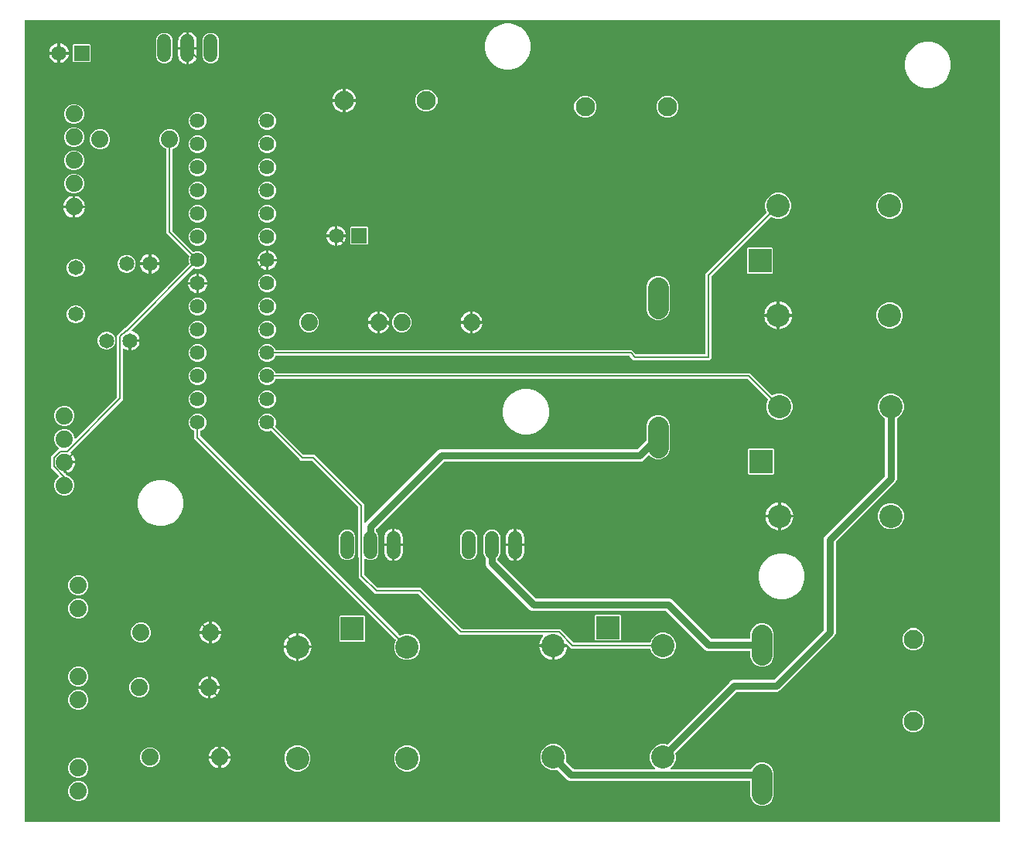
<source format=gbr>
G04 EAGLE Gerber RS-274X export*
G75*
%MOMM*%
%FSLAX34Y34*%
%LPD*%
%INBottom Copper*%
%IPPOS*%
%AMOC8*
5,1,8,0,0,1.08239X$1,22.5*%
G01*
%ADD10C,1.879600*%
%ADD11R,1.651000X1.651000*%
%ADD12C,1.651000*%
%ADD13C,2.247900*%
%ADD14C,1.524000*%
%ADD15R,2.540000X2.540000*%
%ADD16C,2.540000*%
%ADD17C,2.100000*%
%ADD18C,1.625600*%
%ADD19C,0.800000*%
%ADD20C,0.152400*%
%ADD21C,0.500000*%

G36*
X1058336Y10926D02*
X1058336Y10926D01*
X1058355Y10924D01*
X1058457Y10946D01*
X1058559Y10962D01*
X1058576Y10972D01*
X1058596Y10976D01*
X1058685Y11029D01*
X1058776Y11078D01*
X1058790Y11092D01*
X1058807Y11102D01*
X1058874Y11181D01*
X1058946Y11256D01*
X1058954Y11274D01*
X1058967Y11289D01*
X1059006Y11385D01*
X1059049Y11479D01*
X1059051Y11499D01*
X1059059Y11517D01*
X1059077Y11684D01*
X1059077Y888316D01*
X1059074Y888336D01*
X1059076Y888355D01*
X1059054Y888457D01*
X1059038Y888559D01*
X1059028Y888576D01*
X1059024Y888596D01*
X1058971Y888685D01*
X1058922Y888776D01*
X1058908Y888790D01*
X1058898Y888807D01*
X1058819Y888874D01*
X1058744Y888946D01*
X1058726Y888954D01*
X1058711Y888967D01*
X1058615Y889006D01*
X1058521Y889049D01*
X1058501Y889051D01*
X1058483Y889059D01*
X1058316Y889077D01*
X-8316Y889077D01*
X-8336Y889074D01*
X-8355Y889076D01*
X-8457Y889054D01*
X-8559Y889038D01*
X-8576Y889028D01*
X-8596Y889024D01*
X-8685Y888971D01*
X-8776Y888922D01*
X-8790Y888908D01*
X-8807Y888898D01*
X-8874Y888819D01*
X-8946Y888744D01*
X-8954Y888726D01*
X-8967Y888711D01*
X-9006Y888615D01*
X-9049Y888521D01*
X-9051Y888501D01*
X-9059Y888483D01*
X-9077Y888316D01*
X-9077Y11684D01*
X-9074Y11664D01*
X-9076Y11645D01*
X-9054Y11543D01*
X-9038Y11441D01*
X-9028Y11424D01*
X-9024Y11404D01*
X-8971Y11315D01*
X-8922Y11224D01*
X-8908Y11210D01*
X-8898Y11193D01*
X-8819Y11126D01*
X-8744Y11054D01*
X-8726Y11046D01*
X-8711Y11033D01*
X-8615Y10994D01*
X-8521Y10951D01*
X-8501Y10949D01*
X-8483Y10941D01*
X-8316Y10923D01*
X1058316Y10923D01*
X1058336Y10926D01*
G37*
%LPC*%
G36*
X795961Y28396D02*
X795961Y28396D01*
X791270Y30340D01*
X787679Y33930D01*
X785736Y38622D01*
X785736Y55098D01*
X785734Y55109D01*
X785735Y55115D01*
X785733Y55122D01*
X785735Y55137D01*
X785713Y55239D01*
X785696Y55341D01*
X785687Y55358D01*
X785682Y55378D01*
X785629Y55467D01*
X785581Y55558D01*
X785567Y55572D01*
X785556Y55589D01*
X785478Y55656D01*
X785403Y55728D01*
X785385Y55736D01*
X785369Y55749D01*
X785273Y55788D01*
X785180Y55831D01*
X785160Y55833D01*
X785141Y55841D01*
X784975Y55859D01*
X588049Y55859D01*
X585645Y56855D01*
X574556Y67944D01*
X574461Y68012D01*
X574367Y68082D01*
X574361Y68084D01*
X574356Y68087D01*
X574245Y68122D01*
X574134Y68158D01*
X574127Y68158D01*
X574121Y68160D01*
X574005Y68157D01*
X573888Y68156D01*
X573880Y68154D01*
X573875Y68153D01*
X573858Y68147D01*
X573726Y68109D01*
X572680Y67675D01*
X567021Y67675D01*
X561792Y69841D01*
X557791Y73842D01*
X555625Y79071D01*
X555625Y84729D01*
X557791Y89958D01*
X561792Y93959D01*
X567021Y96125D01*
X572679Y96125D01*
X577908Y93959D01*
X581909Y89958D01*
X584075Y84729D01*
X584075Y79070D01*
X583641Y78024D01*
X583614Y77910D01*
X583586Y77796D01*
X583586Y77790D01*
X583585Y77784D01*
X583596Y77668D01*
X583605Y77551D01*
X583607Y77545D01*
X583608Y77539D01*
X583656Y77431D01*
X583701Y77325D01*
X583706Y77319D01*
X583708Y77314D01*
X583721Y77300D01*
X583806Y77194D01*
X591836Y69164D01*
X591910Y69111D01*
X591980Y69051D01*
X592010Y69039D01*
X592036Y69020D01*
X592123Y68993D01*
X592208Y68959D01*
X592249Y68955D01*
X592271Y68948D01*
X592303Y68949D01*
X592375Y68941D01*
X680855Y68941D01*
X680925Y68952D01*
X680997Y68954D01*
X681046Y68972D01*
X681097Y68980D01*
X681161Y69014D01*
X681228Y69039D01*
X681269Y69071D01*
X681315Y69096D01*
X681364Y69148D01*
X681420Y69192D01*
X681448Y69236D01*
X681484Y69274D01*
X681514Y69339D01*
X681553Y69399D01*
X681566Y69450D01*
X681588Y69497D01*
X681596Y69568D01*
X681613Y69638D01*
X681609Y69690D01*
X681615Y69741D01*
X681600Y69812D01*
X681594Y69883D01*
X681574Y69931D01*
X681563Y69982D01*
X681526Y70043D01*
X681498Y70109D01*
X681453Y70165D01*
X681436Y70193D01*
X681419Y70208D01*
X681393Y70240D01*
X677791Y73842D01*
X675625Y79071D01*
X675625Y84729D01*
X677791Y89958D01*
X681792Y93959D01*
X687021Y96125D01*
X692680Y96125D01*
X693726Y95691D01*
X693839Y95665D01*
X693954Y95636D01*
X693960Y95636D01*
X693966Y95635D01*
X694082Y95646D01*
X694199Y95655D01*
X694205Y95657D01*
X694211Y95658D01*
X694319Y95706D01*
X694425Y95751D01*
X694431Y95756D01*
X694436Y95758D01*
X694450Y95771D01*
X694556Y95856D01*
X762333Y163633D01*
X764280Y165580D01*
X766684Y166576D01*
X811078Y166576D01*
X811168Y166590D01*
X811259Y166598D01*
X811289Y166610D01*
X811321Y166615D01*
X811401Y166658D01*
X811485Y166694D01*
X811517Y166720D01*
X811538Y166731D01*
X811560Y166754D01*
X811616Y166799D01*
X865779Y220962D01*
X865832Y221036D01*
X865892Y221105D01*
X865904Y221135D01*
X865923Y221162D01*
X865950Y221248D01*
X865984Y221333D01*
X865988Y221374D01*
X865995Y221397D01*
X865994Y221429D01*
X866002Y221500D01*
X866002Y321387D01*
X866998Y323791D01*
X932636Y389430D01*
X932689Y389504D01*
X932749Y389573D01*
X932761Y389603D01*
X932780Y389629D01*
X932807Y389716D01*
X932841Y389801D01*
X932845Y389842D01*
X932852Y389865D01*
X932851Y389897D01*
X932859Y389968D01*
X932859Y452554D01*
X932840Y452669D01*
X932823Y452785D01*
X932821Y452790D01*
X932820Y452797D01*
X932765Y452899D01*
X932712Y453004D01*
X932707Y453008D01*
X932704Y453014D01*
X932620Y453094D01*
X932536Y453176D01*
X932530Y453180D01*
X932526Y453183D01*
X932509Y453191D01*
X932389Y453257D01*
X931342Y453691D01*
X927341Y457692D01*
X925175Y462921D01*
X925175Y468579D01*
X927341Y473808D01*
X931342Y477809D01*
X936571Y479975D01*
X942229Y479975D01*
X947458Y477809D01*
X951459Y473808D01*
X953625Y468579D01*
X953625Y462921D01*
X951459Y457692D01*
X947458Y453691D01*
X946411Y453257D01*
X946311Y453196D01*
X946211Y453136D01*
X946207Y453131D01*
X946202Y453128D01*
X946127Y453037D01*
X946051Y452949D01*
X946049Y452943D01*
X946045Y452938D01*
X946003Y452830D01*
X945959Y452721D01*
X945958Y452713D01*
X945957Y452708D01*
X945956Y452690D01*
X945941Y452554D01*
X945941Y385642D01*
X944945Y383238D01*
X879307Y317600D01*
X879254Y317526D01*
X879194Y317457D01*
X879182Y317427D01*
X879163Y317400D01*
X879136Y317313D01*
X879102Y317229D01*
X879098Y317188D01*
X879091Y317165D01*
X879092Y317133D01*
X879084Y317062D01*
X879084Y217174D01*
X878088Y214770D01*
X817808Y154490D01*
X815404Y153494D01*
X771010Y153494D01*
X770919Y153480D01*
X770829Y153472D01*
X770799Y153460D01*
X770767Y153455D01*
X770686Y153412D01*
X770602Y153376D01*
X770570Y153350D01*
X770549Y153339D01*
X770527Y153316D01*
X770471Y153271D01*
X703806Y86606D01*
X703738Y86512D01*
X703668Y86417D01*
X703666Y86411D01*
X703663Y86406D01*
X703628Y86295D01*
X703592Y86184D01*
X703592Y86177D01*
X703590Y86171D01*
X703593Y86055D01*
X703594Y85938D01*
X703596Y85930D01*
X703597Y85925D01*
X703603Y85908D01*
X703641Y85776D01*
X704075Y84730D01*
X704075Y79071D01*
X701909Y73842D01*
X698307Y70240D01*
X698265Y70182D01*
X698216Y70130D01*
X698194Y70083D01*
X698164Y70041D01*
X698142Y69972D01*
X698112Y69907D01*
X698107Y69855D01*
X698091Y69805D01*
X698093Y69734D01*
X698085Y69663D01*
X698096Y69612D01*
X698098Y69560D01*
X698122Y69492D01*
X698137Y69422D01*
X698164Y69377D01*
X698182Y69329D01*
X698227Y69273D01*
X698264Y69211D01*
X698303Y69177D01*
X698336Y69137D01*
X698396Y69098D01*
X698450Y69051D01*
X698499Y69032D01*
X698543Y69004D01*
X698612Y68986D01*
X698679Y68959D01*
X698750Y68951D01*
X698781Y68943D01*
X698804Y68945D01*
X698845Y68941D01*
X786371Y68941D01*
X786486Y68960D01*
X786602Y68977D01*
X786608Y68979D01*
X786614Y68980D01*
X786717Y69035D01*
X786821Y69088D01*
X786826Y69093D01*
X786831Y69096D01*
X786911Y69180D01*
X786994Y69264D01*
X786997Y69270D01*
X787001Y69274D01*
X787009Y69291D01*
X787075Y69411D01*
X787679Y70870D01*
X791270Y74460D01*
X795961Y76404D01*
X801039Y76404D01*
X805730Y74460D01*
X809321Y70870D01*
X811264Y66178D01*
X811264Y38622D01*
X809321Y33930D01*
X805730Y30340D01*
X801039Y28396D01*
X795961Y28396D01*
G37*
%LPD*%
%LPC*%
G36*
X687021Y189675D02*
X687021Y189675D01*
X681792Y191841D01*
X677791Y195842D01*
X676016Y200127D01*
X675954Y200227D01*
X675894Y200327D01*
X675890Y200331D01*
X675886Y200336D01*
X675796Y200411D01*
X675708Y200487D01*
X675702Y200489D01*
X675697Y200493D01*
X675588Y200535D01*
X675479Y200579D01*
X675472Y200580D01*
X675467Y200581D01*
X675449Y200582D01*
X675313Y200597D01*
X589675Y200597D01*
X585072Y205200D01*
X584998Y205253D01*
X584929Y205313D01*
X584899Y205325D01*
X584873Y205344D01*
X584786Y205371D01*
X584701Y205405D01*
X584660Y205409D01*
X584638Y205416D01*
X584605Y205415D01*
X584534Y205423D01*
X570612Y205423D01*
X570592Y205420D01*
X570573Y205422D01*
X570471Y205400D01*
X570369Y205383D01*
X570352Y205374D01*
X570332Y205370D01*
X570243Y205317D01*
X570152Y205268D01*
X570138Y205254D01*
X570121Y205244D01*
X570054Y205165D01*
X569983Y205090D01*
X569974Y205072D01*
X569961Y205057D01*
X569923Y204961D01*
X569879Y204867D01*
X569877Y204847D01*
X569869Y204829D01*
X569851Y204662D01*
X569851Y203899D01*
X569849Y203899D01*
X569849Y204662D01*
X569846Y204682D01*
X569848Y204701D01*
X569826Y204803D01*
X569809Y204905D01*
X569800Y204922D01*
X569796Y204942D01*
X569743Y205031D01*
X569694Y205122D01*
X569680Y205136D01*
X569670Y205153D01*
X569591Y205220D01*
X569516Y205291D01*
X569498Y205300D01*
X569483Y205313D01*
X569387Y205352D01*
X569293Y205395D01*
X569273Y205397D01*
X569255Y205405D01*
X569088Y205423D01*
X554661Y205423D01*
X554985Y207469D01*
X555726Y209750D01*
X556815Y211888D01*
X558225Y213829D01*
X558680Y214284D01*
X558722Y214342D01*
X558771Y214394D01*
X558793Y214441D01*
X558824Y214483D01*
X558845Y214552D01*
X558875Y214617D01*
X558881Y214669D01*
X558896Y214719D01*
X558894Y214790D01*
X558902Y214861D01*
X558891Y214912D01*
X558890Y214964D01*
X558865Y215032D01*
X558850Y215102D01*
X558823Y215147D01*
X558805Y215195D01*
X558760Y215251D01*
X558724Y215313D01*
X558684Y215347D01*
X558651Y215387D01*
X558591Y215426D01*
X558537Y215473D01*
X558488Y215492D01*
X558445Y215520D01*
X558375Y215538D01*
X558309Y215565D01*
X558237Y215573D01*
X558206Y215581D01*
X558183Y215579D01*
X558142Y215583D01*
X467417Y215583D01*
X465259Y217741D01*
X422690Y260310D01*
X422616Y260363D01*
X422547Y260422D01*
X422517Y260434D01*
X422491Y260453D01*
X422404Y260480D01*
X422319Y260514D01*
X422278Y260519D01*
X422256Y260526D01*
X422223Y260525D01*
X422152Y260533D01*
X374797Y260533D01*
X356697Y278632D01*
X356697Y300587D01*
X356683Y300677D01*
X356675Y300768D01*
X356663Y300798D01*
X356658Y300830D01*
X356615Y300911D01*
X356579Y300995D01*
X356553Y301027D01*
X356542Y301048D01*
X356519Y301070D01*
X356474Y301126D01*
X356291Y301309D01*
X356291Y355646D01*
X356277Y355736D01*
X356269Y355827D01*
X356257Y355857D01*
X356252Y355889D01*
X356209Y355970D01*
X356173Y356054D01*
X356147Y356086D01*
X356136Y356106D01*
X356113Y356129D01*
X356068Y356185D01*
X306195Y406058D01*
X306121Y406111D01*
X306051Y406171D01*
X306021Y406183D01*
X305995Y406202D01*
X305908Y406229D01*
X305823Y406263D01*
X305782Y406267D01*
X305760Y406274D01*
X305728Y406273D01*
X305656Y406281D01*
X293948Y406281D01*
X291790Y408439D01*
X261045Y439184D01*
X260950Y439252D01*
X260856Y439322D01*
X260850Y439324D01*
X260845Y439328D01*
X260734Y439362D01*
X260622Y439399D01*
X260616Y439398D01*
X260610Y439400D01*
X260493Y439397D01*
X260376Y439396D01*
X260369Y439394D01*
X260364Y439394D01*
X260347Y439388D01*
X260215Y439349D01*
X258520Y438647D01*
X254680Y438647D01*
X251132Y440117D01*
X248417Y442832D01*
X246947Y446380D01*
X246947Y450220D01*
X248417Y453768D01*
X251132Y456483D01*
X254680Y457953D01*
X258520Y457953D01*
X262068Y456483D01*
X264783Y453768D01*
X266253Y450220D01*
X266253Y446380D01*
X265551Y444685D01*
X265524Y444571D01*
X265495Y444458D01*
X265496Y444451D01*
X265494Y444445D01*
X265505Y444329D01*
X265514Y444212D01*
X265517Y444207D01*
X265517Y444200D01*
X265566Y444092D01*
X265611Y443986D01*
X265615Y443980D01*
X265617Y443976D01*
X265630Y443962D01*
X265716Y443855D01*
X296461Y413110D01*
X296535Y413057D01*
X296604Y412997D01*
X296635Y412985D01*
X296661Y412966D01*
X296748Y412939D01*
X296833Y412905D01*
X296874Y412901D01*
X296896Y412894D01*
X296928Y412895D01*
X296999Y412887D01*
X308708Y412887D01*
X362897Y358698D01*
X362897Y338885D01*
X362908Y338814D01*
X362910Y338742D01*
X362928Y338693D01*
X362936Y338642D01*
X362970Y338578D01*
X362995Y338511D01*
X363027Y338470D01*
X363052Y338424D01*
X363104Y338375D01*
X363148Y338319D01*
X363192Y338291D01*
X363230Y338255D01*
X363295Y338225D01*
X363355Y338186D01*
X363406Y338173D01*
X363453Y338151D01*
X363524Y338143D01*
X363594Y338126D01*
X363646Y338130D01*
X363697Y338124D01*
X363768Y338140D01*
X363839Y338145D01*
X363887Y338165D01*
X363938Y338177D01*
X363999Y338213D01*
X364065Y338241D01*
X364121Y338286D01*
X364149Y338303D01*
X364164Y338321D01*
X364196Y338346D01*
X365902Y340052D01*
X443695Y417845D01*
X446099Y418841D01*
X661675Y418841D01*
X661766Y418855D01*
X661856Y418863D01*
X661886Y418875D01*
X661918Y418880D01*
X661999Y418923D01*
X662083Y418959D01*
X662115Y418985D01*
X662136Y418996D01*
X662158Y419019D01*
X662214Y419064D01*
X671713Y428563D01*
X671766Y428637D01*
X671825Y428706D01*
X671838Y428736D01*
X671856Y428763D01*
X671883Y428849D01*
X671917Y428934D01*
X671922Y428975D01*
X671929Y428998D01*
X671928Y429030D01*
X671936Y429101D01*
X671936Y446078D01*
X673879Y450770D01*
X677470Y454360D01*
X682161Y456304D01*
X687239Y456304D01*
X691930Y454360D01*
X695521Y450770D01*
X697464Y446078D01*
X697464Y418522D01*
X695521Y413830D01*
X691930Y410240D01*
X687239Y408296D01*
X682161Y408296D01*
X677470Y410240D01*
X675218Y412491D01*
X675202Y412503D01*
X675189Y412518D01*
X675102Y412575D01*
X675018Y412635D01*
X674999Y412641D01*
X674982Y412651D01*
X674882Y412677D01*
X674783Y412707D01*
X674763Y412707D01*
X674744Y412712D01*
X674641Y412704D01*
X674537Y412701D01*
X674518Y412694D01*
X674499Y412692D01*
X674404Y412652D01*
X674306Y412616D01*
X674290Y412604D01*
X674272Y412596D01*
X674141Y412491D01*
X668405Y406755D01*
X666001Y405759D01*
X450425Y405759D01*
X450334Y405745D01*
X450244Y405737D01*
X450214Y405725D01*
X450182Y405720D01*
X450101Y405677D01*
X450017Y405641D01*
X449985Y405615D01*
X449964Y405604D01*
X449942Y405581D01*
X449886Y405536D01*
X376264Y331914D01*
X376217Y331848D01*
X376206Y331837D01*
X376203Y331831D01*
X376151Y331770D01*
X376139Y331740D01*
X376120Y331714D01*
X376093Y331627D01*
X376059Y331542D01*
X376055Y331501D01*
X376048Y331479D01*
X376049Y331447D01*
X376041Y331375D01*
X376041Y328727D01*
X376055Y328637D01*
X376063Y328546D01*
X376075Y328516D01*
X376080Y328484D01*
X376123Y328404D01*
X376159Y328320D01*
X376185Y328288D01*
X376196Y328267D01*
X376219Y328245D01*
X376264Y328189D01*
X377253Y327200D01*
X378645Y323839D01*
X378645Y304961D01*
X377253Y301600D01*
X374680Y299027D01*
X371319Y297635D01*
X367681Y297635D01*
X364355Y299013D01*
X364311Y299023D01*
X364269Y299043D01*
X364192Y299051D01*
X364116Y299069D01*
X364070Y299065D01*
X364025Y299070D01*
X363948Y299053D01*
X363871Y299046D01*
X363829Y299027D01*
X363784Y299017D01*
X363717Y298978D01*
X363646Y298946D01*
X363612Y298915D01*
X363573Y298891D01*
X363522Y298832D01*
X363465Y298779D01*
X363443Y298739D01*
X363413Y298704D01*
X363384Y298632D01*
X363347Y298564D01*
X363338Y298519D01*
X363321Y298476D01*
X363306Y298340D01*
X363303Y298322D01*
X363304Y298317D01*
X363303Y298310D01*
X363303Y281683D01*
X363317Y281593D01*
X363325Y281502D01*
X363337Y281473D01*
X363342Y281441D01*
X363385Y281360D01*
X363421Y281276D01*
X363447Y281244D01*
X363458Y281223D01*
X363481Y281201D01*
X363526Y281145D01*
X377310Y267361D01*
X377384Y267308D01*
X377453Y267249D01*
X377483Y267236D01*
X377509Y267218D01*
X377596Y267191D01*
X377681Y267157D01*
X377722Y267152D01*
X377745Y267145D01*
X377777Y267146D01*
X377848Y267138D01*
X425203Y267138D01*
X427361Y264981D01*
X427361Y264980D01*
X469930Y222412D01*
X470004Y222359D01*
X470073Y222299D01*
X470103Y222287D01*
X470130Y222268D01*
X470217Y222241D01*
X470301Y222207D01*
X470342Y222203D01*
X470365Y222196D01*
X470397Y222197D01*
X470468Y222189D01*
X577425Y222189D01*
X579583Y220031D01*
X592189Y207426D01*
X592262Y207373D01*
X592332Y207313D01*
X592362Y207301D01*
X592388Y207282D01*
X592475Y207255D01*
X592560Y207221D01*
X592601Y207217D01*
X592623Y207210D01*
X592656Y207211D01*
X592727Y207203D01*
X675313Y207203D01*
X675427Y207222D01*
X675544Y207239D01*
X675549Y207241D01*
X675555Y207242D01*
X675658Y207297D01*
X675763Y207350D01*
X675767Y207355D01*
X675773Y207358D01*
X675853Y207442D01*
X675935Y207526D01*
X675939Y207532D01*
X675942Y207536D01*
X675950Y207553D01*
X676016Y207673D01*
X677791Y211958D01*
X681792Y215959D01*
X687021Y218125D01*
X692679Y218125D01*
X697908Y215959D01*
X701909Y211958D01*
X704075Y206729D01*
X704075Y201071D01*
X701909Y195842D01*
X697908Y191841D01*
X692679Y189675D01*
X687021Y189675D01*
G37*
%LPD*%
%LPC*%
G36*
X795961Y180796D02*
X795961Y180796D01*
X791270Y182740D01*
X787679Y186330D01*
X785736Y191022D01*
X785736Y197498D01*
X785733Y197518D01*
X785735Y197537D01*
X785713Y197639D01*
X785696Y197741D01*
X785687Y197758D01*
X785682Y197778D01*
X785629Y197867D01*
X785581Y197958D01*
X785567Y197972D01*
X785556Y197989D01*
X785478Y198056D01*
X785403Y198128D01*
X785385Y198136D01*
X785369Y198149D01*
X785273Y198188D01*
X785180Y198231D01*
X785160Y198233D01*
X785141Y198241D01*
X784975Y198259D01*
X738842Y198259D01*
X736438Y199255D01*
X693571Y242122D01*
X693497Y242175D01*
X693428Y242235D01*
X693398Y242247D01*
X693371Y242266D01*
X693284Y242293D01*
X693200Y242327D01*
X693159Y242331D01*
X693136Y242338D01*
X693104Y242337D01*
X693033Y242345D01*
X546713Y242345D01*
X544309Y243341D01*
X496955Y290695D01*
X495959Y293099D01*
X495959Y300073D01*
X495945Y300163D01*
X495937Y300254D01*
X495925Y300284D01*
X495920Y300316D01*
X495877Y300396D01*
X495841Y300480D01*
X495815Y300512D01*
X495804Y300533D01*
X495781Y300555D01*
X495736Y300611D01*
X494747Y301600D01*
X493355Y304961D01*
X493355Y323839D01*
X494747Y327200D01*
X497320Y329773D01*
X500681Y331165D01*
X504319Y331165D01*
X507680Y329773D01*
X510253Y327200D01*
X511645Y323839D01*
X511645Y304961D01*
X510253Y301600D01*
X509264Y300611D01*
X509211Y300537D01*
X509151Y300468D01*
X509139Y300438D01*
X509120Y300411D01*
X509093Y300324D01*
X509059Y300240D01*
X509055Y300199D01*
X509048Y300176D01*
X509049Y300144D01*
X509041Y300073D01*
X509041Y297425D01*
X509055Y297334D01*
X509063Y297244D01*
X509075Y297214D01*
X509080Y297182D01*
X509123Y297101D01*
X509159Y297017D01*
X509185Y296985D01*
X509196Y296964D01*
X509219Y296942D01*
X509264Y296886D01*
X550500Y255650D01*
X550574Y255597D01*
X550644Y255537D01*
X550674Y255525D01*
X550700Y255506D01*
X550787Y255479D01*
X550872Y255445D01*
X550913Y255441D01*
X550935Y255434D01*
X550967Y255435D01*
X551039Y255427D01*
X697358Y255427D01*
X699762Y254431D01*
X742630Y211564D01*
X742704Y211511D01*
X742773Y211451D01*
X742803Y211439D01*
X742829Y211420D01*
X742916Y211393D01*
X743001Y211359D01*
X743042Y211355D01*
X743065Y211348D01*
X743097Y211349D01*
X743168Y211341D01*
X784975Y211341D01*
X784994Y211344D01*
X785014Y211342D01*
X785115Y211364D01*
X785217Y211380D01*
X785235Y211390D01*
X785254Y211394D01*
X785343Y211447D01*
X785435Y211496D01*
X785448Y211510D01*
X785465Y211520D01*
X785533Y211599D01*
X785604Y211674D01*
X785612Y211692D01*
X785625Y211707D01*
X785664Y211803D01*
X785708Y211897D01*
X785710Y211917D01*
X785717Y211935D01*
X785736Y212102D01*
X785736Y218578D01*
X787679Y223270D01*
X791270Y226860D01*
X795961Y228804D01*
X801039Y228804D01*
X805730Y226860D01*
X809321Y223270D01*
X811264Y218578D01*
X811264Y191022D01*
X809321Y186330D01*
X805730Y182740D01*
X801039Y180796D01*
X795961Y180796D01*
G37*
%LPD*%
%LPC*%
G36*
X254680Y514847D02*
X254680Y514847D01*
X251132Y516317D01*
X248417Y519032D01*
X246947Y522580D01*
X246947Y526420D01*
X248417Y529968D01*
X251132Y532683D01*
X254680Y534153D01*
X258520Y534153D01*
X262068Y532683D01*
X264783Y529968D01*
X265485Y528273D01*
X265547Y528173D01*
X265607Y528073D01*
X265612Y528069D01*
X265615Y528064D01*
X265705Y527989D01*
X265794Y527913D01*
X265800Y527911D01*
X265804Y527907D01*
X265913Y527865D01*
X266022Y527821D01*
X266029Y527820D01*
X266034Y527819D01*
X266052Y527818D01*
X266189Y527803D01*
X656218Y527803D01*
X660495Y523526D01*
X660569Y523473D01*
X660638Y523413D01*
X660669Y523401D01*
X660695Y523382D01*
X660782Y523355D01*
X660867Y523321D01*
X660908Y523317D01*
X660930Y523310D01*
X660962Y523311D01*
X661033Y523303D01*
X735936Y523303D01*
X735956Y523306D01*
X735975Y523304D01*
X736077Y523326D01*
X736179Y523342D01*
X736196Y523352D01*
X736216Y523356D01*
X736305Y523409D01*
X736396Y523458D01*
X736410Y523472D01*
X736427Y523482D01*
X736494Y523561D01*
X736566Y523636D01*
X736574Y523654D01*
X736587Y523669D01*
X736626Y523765D01*
X736669Y523859D01*
X736671Y523879D01*
X736679Y523897D01*
X736697Y524064D01*
X736697Y611018D01*
X803485Y677806D01*
X803553Y677900D01*
X803623Y677995D01*
X803625Y678001D01*
X803629Y678006D01*
X803663Y678116D01*
X803699Y678228D01*
X803699Y678235D01*
X803701Y678241D01*
X803698Y678358D01*
X803697Y678474D01*
X803695Y678482D01*
X803695Y678487D01*
X803688Y678504D01*
X803650Y678636D01*
X801875Y682921D01*
X801875Y688579D01*
X804041Y693808D01*
X808042Y697809D01*
X813271Y699975D01*
X818929Y699975D01*
X824158Y697809D01*
X828159Y693808D01*
X830325Y688579D01*
X830325Y682921D01*
X828159Y677692D01*
X824158Y673691D01*
X818929Y671525D01*
X813271Y671525D01*
X808986Y673300D01*
X808872Y673327D01*
X808758Y673355D01*
X808752Y673355D01*
X808746Y673356D01*
X808629Y673345D01*
X808513Y673336D01*
X808507Y673334D01*
X808501Y673333D01*
X808394Y673285D01*
X808287Y673240D01*
X808281Y673235D01*
X808276Y673233D01*
X808263Y673221D01*
X808156Y673135D01*
X743526Y608505D01*
X743473Y608431D01*
X743413Y608362D01*
X743401Y608331D01*
X743382Y608305D01*
X743355Y608218D01*
X743321Y608133D01*
X743317Y608092D01*
X743310Y608070D01*
X743311Y608038D01*
X743303Y607967D01*
X743303Y518632D01*
X741368Y516697D01*
X657982Y516697D01*
X653705Y520974D01*
X653631Y521027D01*
X653562Y521087D01*
X653531Y521099D01*
X653505Y521118D01*
X653418Y521145D01*
X653333Y521179D01*
X653292Y521183D01*
X653270Y521190D01*
X653238Y521189D01*
X653167Y521197D01*
X266189Y521197D01*
X266074Y521178D01*
X265958Y521161D01*
X265952Y521159D01*
X265946Y521158D01*
X265843Y521103D01*
X265738Y521050D01*
X265734Y521045D01*
X265729Y521042D01*
X265649Y520958D01*
X265566Y520874D01*
X265563Y520868D01*
X265559Y520864D01*
X265551Y520847D01*
X265485Y520727D01*
X264783Y519032D01*
X262068Y516317D01*
X258520Y514847D01*
X254680Y514847D01*
G37*
%LPD*%
%LPC*%
G36*
X814571Y451525D02*
X814571Y451525D01*
X809342Y453691D01*
X805341Y457692D01*
X803175Y462921D01*
X803175Y468579D01*
X804950Y472864D01*
X804977Y472978D01*
X805005Y473092D01*
X805005Y473098D01*
X805006Y473104D01*
X804995Y473221D01*
X804986Y473337D01*
X804984Y473343D01*
X804983Y473349D01*
X804935Y473456D01*
X804890Y473563D01*
X804885Y473569D01*
X804883Y473574D01*
X804871Y473587D01*
X804785Y473694D01*
X782905Y495574D01*
X782831Y495627D01*
X782762Y495687D01*
X782731Y495699D01*
X782705Y495718D01*
X782618Y495745D01*
X782533Y495779D01*
X782492Y495783D01*
X782470Y495790D01*
X782438Y495789D01*
X782367Y495797D01*
X266189Y495797D01*
X266074Y495778D01*
X265958Y495761D01*
X265952Y495759D01*
X265946Y495758D01*
X265843Y495703D01*
X265738Y495650D01*
X265734Y495645D01*
X265729Y495642D01*
X265649Y495558D01*
X265566Y495474D01*
X265563Y495468D01*
X265559Y495464D01*
X265551Y495447D01*
X265485Y495327D01*
X264783Y493632D01*
X262068Y490917D01*
X258520Y489447D01*
X254680Y489447D01*
X251132Y490917D01*
X248417Y493632D01*
X246947Y497180D01*
X246947Y501020D01*
X248417Y504568D01*
X251132Y507283D01*
X254680Y508753D01*
X258520Y508753D01*
X262068Y507283D01*
X264783Y504568D01*
X265485Y502873D01*
X265547Y502773D01*
X265607Y502673D01*
X265612Y502669D01*
X265615Y502664D01*
X265705Y502589D01*
X265794Y502513D01*
X265800Y502511D01*
X265804Y502507D01*
X265913Y502465D01*
X266022Y502421D01*
X266029Y502420D01*
X266034Y502419D01*
X266052Y502418D01*
X266189Y502403D01*
X785418Y502403D01*
X809456Y478365D01*
X809550Y478297D01*
X809645Y478227D01*
X809651Y478225D01*
X809656Y478221D01*
X809766Y478187D01*
X809878Y478151D01*
X809885Y478151D01*
X809891Y478149D01*
X810008Y478152D01*
X810124Y478153D01*
X810132Y478155D01*
X810137Y478155D01*
X810154Y478162D01*
X810286Y478200D01*
X814571Y479975D01*
X820229Y479975D01*
X825458Y477809D01*
X829459Y473808D01*
X831625Y468579D01*
X831625Y462921D01*
X829459Y457692D01*
X825458Y453691D01*
X820229Y451525D01*
X814571Y451525D01*
G37*
%LPD*%
%LPC*%
G36*
X32627Y368677D02*
X32627Y368677D01*
X28613Y370340D01*
X25540Y373413D01*
X23877Y377427D01*
X23877Y381773D01*
X25540Y385787D01*
X28641Y388888D01*
X28653Y388904D01*
X28668Y388917D01*
X28724Y389004D01*
X28784Y389088D01*
X28790Y389107D01*
X28801Y389124D01*
X28826Y389224D01*
X28857Y389323D01*
X28856Y389343D01*
X28861Y389362D01*
X28853Y389465D01*
X28850Y389569D01*
X28844Y389587D01*
X28842Y389607D01*
X28802Y389702D01*
X28766Y389800D01*
X28754Y389815D01*
X28746Y389834D01*
X28641Y389965D01*
X19813Y398792D01*
X19813Y411208D01*
X28641Y420035D01*
X28653Y420052D01*
X28668Y420064D01*
X28724Y420151D01*
X28784Y420235D01*
X28790Y420254D01*
X28801Y420271D01*
X28826Y420371D01*
X28857Y420470D01*
X28856Y420490D01*
X28861Y420509D01*
X28853Y420612D01*
X28850Y420716D01*
X28844Y420735D01*
X28842Y420755D01*
X28802Y420850D01*
X28766Y420947D01*
X28754Y420963D01*
X28746Y420981D01*
X28641Y421112D01*
X25540Y424213D01*
X23877Y428227D01*
X23877Y432573D01*
X25540Y436587D01*
X28613Y439660D01*
X32627Y441323D01*
X36973Y441323D01*
X40987Y439660D01*
X44060Y436587D01*
X45723Y432573D01*
X45723Y431308D01*
X45734Y431237D01*
X45736Y431165D01*
X45754Y431116D01*
X45762Y431065D01*
X45796Y431002D01*
X45821Y430934D01*
X45853Y430894D01*
X45878Y430847D01*
X45930Y430798D01*
X45974Y430742D01*
X46018Y430714D01*
X46056Y430678D01*
X46121Y430648D01*
X46181Y430609D01*
X46232Y430596D01*
X46279Y430574D01*
X46350Y430567D01*
X46420Y430549D01*
X46472Y430553D01*
X46523Y430547D01*
X46594Y430563D01*
X46665Y430568D01*
X46713Y430589D01*
X46764Y430600D01*
X46825Y430636D01*
X46891Y430665D01*
X46947Y430709D01*
X46975Y430726D01*
X46990Y430744D01*
X47022Y430769D01*
X92233Y475980D01*
X92286Y476054D01*
X92346Y476124D01*
X92358Y476154D01*
X92377Y476180D01*
X92404Y476267D01*
X92438Y476352D01*
X92442Y476393D01*
X92449Y476415D01*
X92448Y476447D01*
X92456Y476519D01*
X92456Y543634D01*
X100566Y551744D01*
X101058Y551744D01*
X101148Y551758D01*
X101239Y551766D01*
X101268Y551778D01*
X101300Y551783D01*
X101381Y551826D01*
X101465Y551862D01*
X101497Y551888D01*
X101518Y551899D01*
X101540Y551922D01*
X101596Y551967D01*
X171284Y621655D01*
X171352Y621750D01*
X171422Y621844D01*
X171424Y621850D01*
X171428Y621855D01*
X171462Y621966D01*
X171473Y622000D01*
X171474Y622001D01*
X171474Y622002D01*
X171499Y622078D01*
X171498Y622084D01*
X171500Y622090D01*
X171497Y622206D01*
X171497Y622212D01*
X171501Y622246D01*
X171497Y622265D01*
X171496Y622324D01*
X171494Y622331D01*
X171494Y622336D01*
X171488Y622353D01*
X171449Y622485D01*
X170747Y624180D01*
X170747Y628020D01*
X171449Y629715D01*
X171476Y629828D01*
X171505Y629942D01*
X171504Y629949D01*
X171506Y629955D01*
X171495Y630071D01*
X171486Y630188D01*
X171483Y630193D01*
X171483Y630200D01*
X171435Y630307D01*
X171389Y630414D01*
X171385Y630420D01*
X171383Y630424D01*
X171370Y630438D01*
X171284Y630545D01*
X146597Y655232D01*
X146597Y747337D01*
X146578Y747451D01*
X146561Y747568D01*
X146559Y747573D01*
X146558Y747579D01*
X146503Y747682D01*
X146450Y747787D01*
X146445Y747791D01*
X146442Y747797D01*
X146358Y747877D01*
X146274Y747959D01*
X146268Y747963D01*
X146264Y747966D01*
X146247Y747974D01*
X146127Y748040D01*
X143713Y749040D01*
X140640Y752113D01*
X138977Y756127D01*
X138977Y760473D01*
X140640Y764487D01*
X143713Y767560D01*
X147727Y769223D01*
X152073Y769223D01*
X156087Y767560D01*
X159160Y764487D01*
X160823Y760473D01*
X160823Y756127D01*
X159160Y752113D01*
X156087Y749040D01*
X153673Y748040D01*
X153573Y747978D01*
X153473Y747918D01*
X153469Y747914D01*
X153464Y747910D01*
X153389Y747821D01*
X153313Y747732D01*
X153311Y747726D01*
X153307Y747721D01*
X153265Y747613D01*
X153221Y747503D01*
X153220Y747496D01*
X153219Y747491D01*
X153218Y747473D01*
X153203Y747337D01*
X153203Y658283D01*
X153217Y658193D01*
X153225Y658102D01*
X153237Y658073D01*
X153242Y658041D01*
X153285Y657960D01*
X153321Y657876D01*
X153347Y657844D01*
X153358Y657823D01*
X153381Y657801D01*
X153426Y657745D01*
X175955Y635216D01*
X176050Y635148D01*
X176144Y635078D01*
X176150Y635076D01*
X176155Y635072D01*
X176266Y635038D01*
X176378Y635001D01*
X176384Y635002D01*
X176390Y635000D01*
X176507Y635003D01*
X176624Y635004D01*
X176631Y635006D01*
X176636Y635006D01*
X176653Y635012D01*
X176785Y635051D01*
X178480Y635753D01*
X182320Y635753D01*
X185868Y634283D01*
X188583Y631568D01*
X190053Y628020D01*
X190053Y624180D01*
X188583Y620632D01*
X185868Y617917D01*
X182320Y616447D01*
X178480Y616447D01*
X176785Y617149D01*
X176671Y617176D01*
X176558Y617205D01*
X176551Y617204D01*
X176545Y617206D01*
X176429Y617195D01*
X176312Y617186D01*
X176307Y617183D01*
X176300Y617183D01*
X176193Y617135D01*
X176086Y617089D01*
X176080Y617085D01*
X176076Y617083D01*
X176062Y617070D01*
X175955Y616984D01*
X108629Y549658D01*
X108586Y549599D01*
X108544Y549555D01*
X108543Y549552D01*
X108533Y549542D01*
X108514Y549498D01*
X108486Y549459D01*
X108463Y549386D01*
X108432Y549317D01*
X108427Y549270D01*
X108413Y549224D01*
X108415Y549148D01*
X108408Y549073D01*
X108418Y549026D01*
X108420Y548978D01*
X108446Y548907D01*
X108462Y548833D01*
X108488Y548792D01*
X108504Y548747D01*
X108551Y548688D01*
X108591Y548623D01*
X108628Y548592D01*
X108658Y548555D01*
X108721Y548514D01*
X108779Y548465D01*
X108839Y548438D01*
X108865Y548422D01*
X108890Y548415D01*
X108932Y548396D01*
X110444Y547905D01*
X111958Y547133D01*
X113333Y546134D01*
X114534Y544933D01*
X115533Y543558D01*
X116305Y542044D01*
X116830Y540428D01*
X116989Y539423D01*
X107062Y539423D01*
X107042Y539420D01*
X107023Y539422D01*
X106921Y539400D01*
X106819Y539383D01*
X106802Y539374D01*
X106782Y539370D01*
X106693Y539317D01*
X106602Y539268D01*
X106588Y539254D01*
X106571Y539244D01*
X106504Y539165D01*
X106433Y539090D01*
X106424Y539072D01*
X106411Y539057D01*
X106373Y538961D01*
X106329Y538867D01*
X106327Y538847D01*
X106319Y538829D01*
X106301Y538662D01*
X106301Y537899D01*
X105538Y537899D01*
X105518Y537896D01*
X105499Y537898D01*
X105397Y537876D01*
X105295Y537859D01*
X105278Y537850D01*
X105258Y537846D01*
X105169Y537793D01*
X105078Y537744D01*
X105064Y537730D01*
X105047Y537720D01*
X104980Y537641D01*
X104909Y537566D01*
X104900Y537548D01*
X104887Y537533D01*
X104848Y537437D01*
X104805Y537343D01*
X104803Y537323D01*
X104795Y537305D01*
X104777Y537138D01*
X104777Y527211D01*
X103772Y527370D01*
X102156Y527895D01*
X100642Y528667D01*
X100270Y528936D01*
X100260Y528942D01*
X100251Y528950D01*
X100150Y528997D01*
X100051Y529047D01*
X100039Y529049D01*
X100028Y529054D01*
X99918Y529066D01*
X99807Y529082D01*
X99795Y529080D01*
X99784Y529081D01*
X99675Y529057D01*
X99565Y529037D01*
X99555Y529031D01*
X99543Y529029D01*
X99448Y528972D01*
X99350Y528917D01*
X99342Y528908D01*
X99332Y528902D01*
X99260Y528818D01*
X99185Y528736D01*
X99180Y528725D01*
X99172Y528715D01*
X99130Y528612D01*
X99086Y528510D01*
X99085Y528498D01*
X99080Y528487D01*
X99062Y528321D01*
X99062Y473467D01*
X96904Y471310D01*
X41542Y415947D01*
X41495Y415883D01*
X41442Y415824D01*
X41424Y415783D01*
X41398Y415747D01*
X41375Y415672D01*
X41343Y415599D01*
X41339Y415555D01*
X41326Y415512D01*
X41328Y415433D01*
X41321Y415354D01*
X41331Y415311D01*
X41332Y415266D01*
X41359Y415192D01*
X41378Y415114D01*
X41401Y415077D01*
X41417Y415035D01*
X41466Y414973D01*
X41508Y414906D01*
X41552Y414867D01*
X41570Y414843D01*
X41594Y414828D01*
X41632Y414793D01*
X42578Y414106D01*
X43906Y412778D01*
X45011Y411257D01*
X45864Y409583D01*
X46445Y407796D01*
X46646Y406523D01*
X35562Y406523D01*
X35542Y406520D01*
X35523Y406522D01*
X35421Y406500D01*
X35319Y406483D01*
X35302Y406474D01*
X35282Y406470D01*
X35193Y406417D01*
X35102Y406368D01*
X35088Y406354D01*
X35071Y406344D01*
X35004Y406265D01*
X34933Y406190D01*
X34924Y406172D01*
X34911Y406157D01*
X34873Y406061D01*
X34829Y405967D01*
X34827Y405947D01*
X34819Y405929D01*
X34801Y405762D01*
X34801Y404999D01*
X34038Y404999D01*
X34018Y404996D01*
X33999Y404998D01*
X33897Y404976D01*
X33795Y404959D01*
X33778Y404950D01*
X33758Y404946D01*
X33669Y404893D01*
X33578Y404844D01*
X33564Y404830D01*
X33547Y404820D01*
X33480Y404741D01*
X33409Y404666D01*
X33400Y404648D01*
X33387Y404633D01*
X33348Y404537D01*
X33305Y404443D01*
X33303Y404423D01*
X33295Y404405D01*
X33277Y404238D01*
X33277Y394986D01*
X33292Y394896D01*
X33299Y394805D01*
X33311Y394775D01*
X33317Y394743D01*
X33359Y394662D01*
X33395Y394578D01*
X33421Y394546D01*
X33432Y394526D01*
X33455Y394503D01*
X33500Y394447D01*
X35024Y392923D01*
X35082Y392882D01*
X35134Y392832D01*
X35181Y392810D01*
X35223Y392780D01*
X35292Y392759D01*
X35357Y392729D01*
X35409Y392723D01*
X35458Y392707D01*
X35530Y392709D01*
X35601Y392701D01*
X35652Y392713D01*
X35704Y392714D01*
X35772Y392738D01*
X35842Y392754D01*
X35886Y392780D01*
X35935Y392798D01*
X35949Y392809D01*
X35909Y392751D01*
X35905Y392739D01*
X35899Y392729D01*
X35872Y392621D01*
X35841Y392514D01*
X35842Y392502D01*
X35839Y392491D01*
X35847Y392380D01*
X35853Y392268D01*
X35857Y392257D01*
X35858Y392245D01*
X35901Y392143D01*
X35942Y392039D01*
X35949Y392030D01*
X35954Y392019D01*
X36059Y391888D01*
X37637Y390310D01*
X37690Y390272D01*
X37737Y390226D01*
X37810Y390186D01*
X37836Y390167D01*
X37855Y390161D01*
X37884Y390145D01*
X40987Y388860D01*
X44060Y385787D01*
X45723Y381773D01*
X45723Y377427D01*
X44060Y373413D01*
X40987Y370340D01*
X36973Y368677D01*
X32627Y368677D01*
G37*
%LPD*%
%LPC*%
G36*
X407021Y188375D02*
X407021Y188375D01*
X401792Y190541D01*
X397791Y194542D01*
X395625Y199771D01*
X395625Y205429D01*
X397400Y209714D01*
X397427Y209828D01*
X397455Y209942D01*
X397455Y209948D01*
X397456Y209954D01*
X397445Y210071D01*
X397436Y210187D01*
X397434Y210193D01*
X397433Y210199D01*
X397385Y210306D01*
X397340Y210413D01*
X397335Y210419D01*
X397333Y210424D01*
X397321Y210437D01*
X397235Y210544D01*
X177097Y430682D01*
X177097Y438711D01*
X177078Y438826D01*
X177061Y438942D01*
X177059Y438948D01*
X177058Y438954D01*
X177003Y439057D01*
X176950Y439162D01*
X176945Y439166D01*
X176942Y439171D01*
X176858Y439251D01*
X176774Y439334D01*
X176768Y439337D01*
X176764Y439341D01*
X176747Y439349D01*
X176627Y439415D01*
X174932Y440117D01*
X172217Y442832D01*
X170747Y446380D01*
X170747Y450220D01*
X172217Y453768D01*
X174932Y456483D01*
X178480Y457953D01*
X182320Y457953D01*
X185868Y456483D01*
X188583Y453768D01*
X190053Y450220D01*
X190053Y446380D01*
X188583Y442832D01*
X185868Y440117D01*
X184173Y439415D01*
X184073Y439353D01*
X183973Y439293D01*
X183969Y439288D01*
X183964Y439285D01*
X183889Y439195D01*
X183813Y439106D01*
X183811Y439100D01*
X183807Y439096D01*
X183765Y438987D01*
X183721Y438878D01*
X183720Y438871D01*
X183719Y438866D01*
X183718Y438848D01*
X183703Y438711D01*
X183703Y433733D01*
X183717Y433643D01*
X183725Y433552D01*
X183737Y433523D01*
X183742Y433491D01*
X183785Y433410D01*
X183821Y433326D01*
X183847Y433294D01*
X183858Y433273D01*
X183881Y433251D01*
X183926Y433195D01*
X401906Y215215D01*
X402000Y215147D01*
X402095Y215077D01*
X402101Y215075D01*
X402106Y215071D01*
X402216Y215037D01*
X402328Y215001D01*
X402335Y215001D01*
X402341Y214999D01*
X402458Y215002D01*
X402574Y215003D01*
X402582Y215005D01*
X402587Y215005D01*
X402604Y215012D01*
X402736Y215050D01*
X407021Y216825D01*
X412679Y216825D01*
X417908Y214659D01*
X421909Y210658D01*
X424075Y205429D01*
X424075Y199771D01*
X421909Y194542D01*
X417908Y190541D01*
X412679Y188375D01*
X407021Y188375D01*
G37*
%LPD*%
%LPC*%
G36*
X516688Y834839D02*
X516688Y834839D01*
X510288Y836554D01*
X504551Y839866D01*
X499866Y844551D01*
X496554Y850288D01*
X494839Y856688D01*
X494839Y863312D01*
X496554Y869712D01*
X499866Y875449D01*
X504551Y880134D01*
X510288Y883446D01*
X516688Y885161D01*
X523312Y885161D01*
X529712Y883446D01*
X535449Y880134D01*
X540134Y875449D01*
X543446Y869712D01*
X545161Y863312D01*
X545161Y856688D01*
X543446Y850288D01*
X540134Y844551D01*
X535449Y839866D01*
X529712Y836554D01*
X523312Y834839D01*
X516688Y834839D01*
G37*
%LPD*%
%LPC*%
G36*
X816688Y254839D02*
X816688Y254839D01*
X810288Y256554D01*
X804551Y259866D01*
X799866Y264551D01*
X796554Y270288D01*
X794839Y276688D01*
X794839Y283312D01*
X796554Y289712D01*
X799866Y295449D01*
X804551Y300134D01*
X810288Y303446D01*
X816688Y305161D01*
X823312Y305161D01*
X829712Y303446D01*
X835449Y300134D01*
X840134Y295449D01*
X843446Y289712D01*
X845161Y283312D01*
X845161Y276688D01*
X843446Y270288D01*
X840134Y264551D01*
X835449Y259866D01*
X829712Y256554D01*
X823312Y254839D01*
X816688Y254839D01*
G37*
%LPD*%
%LPC*%
G36*
X536688Y434839D02*
X536688Y434839D01*
X530288Y436554D01*
X524551Y439866D01*
X519866Y444551D01*
X516554Y450288D01*
X514839Y456688D01*
X514839Y463312D01*
X516554Y469712D01*
X519866Y475449D01*
X524551Y480134D01*
X530288Y483446D01*
X536688Y485161D01*
X543312Y485161D01*
X549712Y483446D01*
X555449Y480134D01*
X560134Y475449D01*
X563446Y469712D01*
X565161Y463312D01*
X565161Y456688D01*
X563446Y450288D01*
X560134Y444551D01*
X555449Y439866D01*
X549712Y436554D01*
X543312Y434839D01*
X536688Y434839D01*
G37*
%LPD*%
%LPC*%
G36*
X136688Y334839D02*
X136688Y334839D01*
X130288Y336554D01*
X124551Y339866D01*
X119866Y344551D01*
X116554Y350288D01*
X114839Y356688D01*
X114839Y363312D01*
X116554Y369712D01*
X119866Y375449D01*
X124551Y380134D01*
X130288Y383446D01*
X136688Y385161D01*
X143312Y385161D01*
X149712Y383446D01*
X155449Y380134D01*
X160134Y375449D01*
X163446Y369712D01*
X165161Y363312D01*
X165161Y356688D01*
X163446Y350288D01*
X160134Y344551D01*
X155449Y339866D01*
X149712Y336554D01*
X143312Y334839D01*
X136688Y334839D01*
G37*
%LPD*%
%LPC*%
G36*
X976688Y814839D02*
X976688Y814839D01*
X970288Y816554D01*
X964551Y819866D01*
X959866Y824551D01*
X956554Y830288D01*
X954839Y836688D01*
X954839Y843312D01*
X956554Y849712D01*
X959866Y855449D01*
X964551Y860134D01*
X970288Y863446D01*
X976688Y865161D01*
X983312Y865161D01*
X989712Y863446D01*
X995449Y860134D01*
X1000134Y855449D01*
X1003446Y849712D01*
X1005161Y843312D01*
X1005161Y836688D01*
X1003446Y830288D01*
X1000134Y824551D01*
X995449Y819866D01*
X989712Y816554D01*
X983312Y814839D01*
X976688Y814839D01*
G37*
%LPD*%
%LPC*%
G36*
X682161Y560696D02*
X682161Y560696D01*
X677470Y562640D01*
X673879Y566230D01*
X671936Y570922D01*
X671936Y598478D01*
X673879Y603170D01*
X677470Y606760D01*
X682161Y608704D01*
X687239Y608704D01*
X691930Y606760D01*
X695521Y603170D01*
X697464Y598478D01*
X697464Y570922D01*
X695521Y566230D01*
X691930Y562640D01*
X687239Y560696D01*
X682161Y560696D01*
G37*
%LPD*%
%LPC*%
G36*
X782768Y611525D02*
X782768Y611525D01*
X781875Y612418D01*
X781875Y639082D01*
X782768Y639975D01*
X809432Y639975D01*
X810325Y639082D01*
X810325Y612418D01*
X809432Y611525D01*
X782768Y611525D01*
G37*
%LPD*%
%LPC*%
G36*
X336518Y208375D02*
X336518Y208375D01*
X335625Y209268D01*
X335625Y235932D01*
X336518Y236825D01*
X363182Y236825D01*
X364075Y235932D01*
X364075Y209268D01*
X363182Y208375D01*
X336518Y208375D01*
G37*
%LPD*%
%LPC*%
G36*
X616518Y209675D02*
X616518Y209675D01*
X615625Y210568D01*
X615625Y237232D01*
X616518Y238125D01*
X643182Y238125D01*
X644075Y237232D01*
X644075Y210568D01*
X643182Y209675D01*
X616518Y209675D01*
G37*
%LPD*%
%LPC*%
G36*
X784068Y391525D02*
X784068Y391525D01*
X783175Y392418D01*
X783175Y419082D01*
X784068Y419975D01*
X810732Y419975D01*
X811625Y419082D01*
X811625Y392418D01*
X810732Y391525D01*
X784068Y391525D01*
G37*
%LPD*%
%LPC*%
G36*
X936571Y331525D02*
X936571Y331525D01*
X931342Y333691D01*
X927341Y337692D01*
X925175Y342921D01*
X925175Y348579D01*
X927341Y353808D01*
X931342Y357809D01*
X936571Y359975D01*
X942229Y359975D01*
X947458Y357809D01*
X951459Y353808D01*
X953625Y348579D01*
X953625Y342921D01*
X951459Y337692D01*
X947458Y333691D01*
X942229Y331525D01*
X936571Y331525D01*
G37*
%LPD*%
%LPC*%
G36*
X935271Y671525D02*
X935271Y671525D01*
X930042Y673691D01*
X926041Y677692D01*
X923875Y682921D01*
X923875Y688579D01*
X926041Y693808D01*
X930042Y697809D01*
X935271Y699975D01*
X940929Y699975D01*
X946158Y697809D01*
X950159Y693808D01*
X952325Y688579D01*
X952325Y682921D01*
X950159Y677692D01*
X946158Y673691D01*
X940929Y671525D01*
X935271Y671525D01*
G37*
%LPD*%
%LPC*%
G36*
X935271Y551525D02*
X935271Y551525D01*
X930042Y553691D01*
X926041Y557692D01*
X923875Y562921D01*
X923875Y568579D01*
X926041Y573808D01*
X930042Y577809D01*
X935271Y579975D01*
X940929Y579975D01*
X946158Y577809D01*
X950159Y573808D01*
X952325Y568579D01*
X952325Y562921D01*
X950159Y557692D01*
X946158Y553691D01*
X940929Y551525D01*
X935271Y551525D01*
G37*
%LPD*%
%LPC*%
G36*
X287021Y66375D02*
X287021Y66375D01*
X281792Y68541D01*
X277791Y72542D01*
X275625Y77771D01*
X275625Y83429D01*
X277791Y88658D01*
X281792Y92659D01*
X287021Y94825D01*
X292679Y94825D01*
X297908Y92659D01*
X301909Y88658D01*
X304075Y83429D01*
X304075Y77771D01*
X301909Y72542D01*
X297908Y68541D01*
X292679Y66375D01*
X287021Y66375D01*
G37*
%LPD*%
%LPC*%
G36*
X407021Y66375D02*
X407021Y66375D01*
X401792Y68541D01*
X397791Y72542D01*
X395625Y77771D01*
X395625Y83429D01*
X397791Y88658D01*
X401792Y92659D01*
X407021Y94825D01*
X412679Y94825D01*
X417908Y92659D01*
X421909Y88658D01*
X424075Y83429D01*
X424075Y77771D01*
X421909Y72542D01*
X417908Y68541D01*
X412679Y66375D01*
X407021Y66375D01*
G37*
%LPD*%
%LPC*%
G36*
X193081Y841435D02*
X193081Y841435D01*
X189720Y842827D01*
X187147Y845400D01*
X185755Y848761D01*
X185755Y867639D01*
X187147Y871000D01*
X189720Y873573D01*
X193081Y874965D01*
X196719Y874965D01*
X200080Y873573D01*
X202653Y871000D01*
X204045Y867639D01*
X204045Y848761D01*
X202653Y845400D01*
X200080Y842827D01*
X196719Y841435D01*
X193081Y841435D01*
G37*
%LPD*%
%LPC*%
G36*
X142281Y841435D02*
X142281Y841435D01*
X138920Y842827D01*
X136347Y845400D01*
X134955Y848761D01*
X134955Y867639D01*
X136347Y871000D01*
X138920Y873573D01*
X142281Y874965D01*
X145919Y874965D01*
X149280Y873573D01*
X151853Y871000D01*
X153245Y867639D01*
X153245Y848761D01*
X151853Y845400D01*
X149280Y842827D01*
X145919Y841435D01*
X142281Y841435D01*
G37*
%LPD*%
%LPC*%
G36*
X342281Y297635D02*
X342281Y297635D01*
X338920Y299027D01*
X336347Y301600D01*
X334955Y304961D01*
X334955Y323839D01*
X336347Y327200D01*
X338920Y329773D01*
X342281Y331165D01*
X345919Y331165D01*
X349280Y329773D01*
X351853Y327200D01*
X353245Y323839D01*
X353245Y304961D01*
X351853Y301600D01*
X349280Y299027D01*
X345919Y297635D01*
X342281Y297635D01*
G37*
%LPD*%
%LPC*%
G36*
X475281Y297635D02*
X475281Y297635D01*
X471920Y299027D01*
X469347Y301600D01*
X467955Y304961D01*
X467955Y323839D01*
X469347Y327200D01*
X471920Y329773D01*
X475281Y331165D01*
X478919Y331165D01*
X482280Y329773D01*
X484853Y327200D01*
X486245Y323839D01*
X486245Y304961D01*
X484853Y301600D01*
X482280Y299027D01*
X478919Y297635D01*
X475281Y297635D01*
G37*
%LPD*%
%LPC*%
G36*
X692408Y782175D02*
X692408Y782175D01*
X687989Y784006D01*
X684606Y787389D01*
X682775Y791808D01*
X682775Y796592D01*
X684606Y801011D01*
X687989Y804394D01*
X692408Y806225D01*
X697192Y806225D01*
X701611Y804394D01*
X704994Y801011D01*
X706825Y796592D01*
X706825Y791808D01*
X704994Y787389D01*
X701611Y784006D01*
X697192Y782175D01*
X692408Y782175D01*
G37*
%LPD*%
%LPC*%
G36*
X602408Y782175D02*
X602408Y782175D01*
X597989Y784006D01*
X594606Y787389D01*
X592775Y791808D01*
X592775Y796592D01*
X594606Y801011D01*
X597989Y804394D01*
X602408Y806225D01*
X607192Y806225D01*
X611611Y804394D01*
X614994Y801011D01*
X616825Y796592D01*
X616825Y791808D01*
X614994Y787389D01*
X611611Y784006D01*
X607192Y782175D01*
X602408Y782175D01*
G37*
%LPD*%
%LPC*%
G36*
X428708Y788975D02*
X428708Y788975D01*
X424289Y790806D01*
X420906Y794189D01*
X419075Y798608D01*
X419075Y803392D01*
X420906Y807811D01*
X424289Y811194D01*
X428708Y813025D01*
X433492Y813025D01*
X437911Y811194D01*
X441294Y807811D01*
X443125Y803392D01*
X443125Y798608D01*
X441294Y794189D01*
X437911Y790806D01*
X433492Y788975D01*
X428708Y788975D01*
G37*
%LPD*%
%LPC*%
G36*
X961708Y199075D02*
X961708Y199075D01*
X957289Y200906D01*
X953906Y204289D01*
X952075Y208708D01*
X952075Y213492D01*
X953906Y217911D01*
X957289Y221294D01*
X961708Y223125D01*
X966492Y223125D01*
X970911Y221294D01*
X974294Y217911D01*
X976125Y213492D01*
X976125Y208708D01*
X974294Y204289D01*
X970911Y200906D01*
X966492Y199075D01*
X961708Y199075D01*
G37*
%LPD*%
%LPC*%
G36*
X961708Y109075D02*
X961708Y109075D01*
X957289Y110906D01*
X953906Y114289D01*
X952075Y118708D01*
X952075Y123492D01*
X953906Y127911D01*
X957289Y131294D01*
X961708Y133125D01*
X966492Y133125D01*
X970911Y131294D01*
X974294Y127911D01*
X976125Y123492D01*
X976125Y118708D01*
X974294Y114289D01*
X970911Y110906D01*
X966492Y109075D01*
X961708Y109075D01*
G37*
%LPD*%
%LPC*%
G36*
X44813Y843020D02*
X44813Y843020D01*
X43920Y843913D01*
X43920Y861687D01*
X44813Y862580D01*
X62587Y862580D01*
X63480Y861687D01*
X63480Y843913D01*
X62587Y843020D01*
X44813Y843020D01*
G37*
%LPD*%
%LPC*%
G36*
X348313Y643020D02*
X348313Y643020D01*
X347420Y643913D01*
X347420Y661687D01*
X348313Y662580D01*
X366087Y662580D01*
X366980Y661687D01*
X366980Y643913D01*
X366087Y643020D01*
X348313Y643020D01*
G37*
%LPD*%
%LPC*%
G36*
X401927Y546977D02*
X401927Y546977D01*
X397913Y548640D01*
X394840Y551713D01*
X393177Y555727D01*
X393177Y560073D01*
X394840Y564087D01*
X397913Y567160D01*
X401927Y568823D01*
X406273Y568823D01*
X410287Y567160D01*
X413360Y564087D01*
X415023Y560073D01*
X415023Y555727D01*
X413360Y551713D01*
X410287Y548640D01*
X406273Y546977D01*
X401927Y546977D01*
G37*
%LPD*%
%LPC*%
G36*
X47827Y259077D02*
X47827Y259077D01*
X43813Y260740D01*
X40740Y263813D01*
X39077Y267827D01*
X39077Y272173D01*
X40740Y276187D01*
X43813Y279260D01*
X47827Y280923D01*
X52173Y280923D01*
X56187Y279260D01*
X59260Y276187D01*
X60923Y272173D01*
X60923Y267827D01*
X59260Y263813D01*
X56187Y260740D01*
X52173Y259077D01*
X47827Y259077D01*
G37*
%LPD*%
%LPC*%
G36*
X47827Y33677D02*
X47827Y33677D01*
X43813Y35340D01*
X40740Y38413D01*
X39077Y42427D01*
X39077Y46773D01*
X40740Y50787D01*
X43813Y53860D01*
X47827Y55523D01*
X52173Y55523D01*
X56187Y53860D01*
X59260Y50787D01*
X60923Y46773D01*
X60923Y42427D01*
X59260Y38413D01*
X56187Y35340D01*
X52173Y33677D01*
X47827Y33677D01*
G37*
%LPD*%
%LPC*%
G36*
X43027Y775177D02*
X43027Y775177D01*
X39013Y776840D01*
X35940Y779913D01*
X34277Y783927D01*
X34277Y788273D01*
X35940Y792287D01*
X39013Y795360D01*
X43027Y797023D01*
X47373Y797023D01*
X51387Y795360D01*
X54460Y792287D01*
X56123Y788273D01*
X56123Y783927D01*
X54460Y779913D01*
X51387Y776840D01*
X47373Y775177D01*
X43027Y775177D01*
G37*
%LPD*%
%LPC*%
G36*
X32627Y444877D02*
X32627Y444877D01*
X28613Y446540D01*
X25540Y449613D01*
X23877Y453627D01*
X23877Y457973D01*
X25540Y461987D01*
X28613Y465060D01*
X32627Y466723D01*
X36973Y466723D01*
X40987Y465060D01*
X44060Y461987D01*
X45723Y457973D01*
X45723Y453627D01*
X44060Y449613D01*
X40987Y446540D01*
X36973Y444877D01*
X32627Y444877D01*
G37*
%LPD*%
%LPC*%
G36*
X300327Y546977D02*
X300327Y546977D01*
X296313Y548640D01*
X293240Y551713D01*
X291577Y555727D01*
X291577Y560073D01*
X293240Y564087D01*
X296313Y567160D01*
X300327Y568823D01*
X304673Y568823D01*
X308687Y567160D01*
X311760Y564087D01*
X313423Y560073D01*
X313423Y555727D01*
X311760Y551713D01*
X308687Y548640D01*
X304673Y546977D01*
X300327Y546977D01*
G37*
%LPD*%
%LPC*%
G36*
X71527Y747377D02*
X71527Y747377D01*
X67513Y749040D01*
X64440Y752113D01*
X62777Y756127D01*
X62777Y760473D01*
X64440Y764487D01*
X67513Y767560D01*
X71527Y769223D01*
X75873Y769223D01*
X79887Y767560D01*
X82960Y764487D01*
X84623Y760473D01*
X84623Y756127D01*
X82960Y752113D01*
X79887Y749040D01*
X75873Y747377D01*
X71527Y747377D01*
G37*
%LPD*%
%LPC*%
G36*
X126327Y70777D02*
X126327Y70777D01*
X122313Y72440D01*
X119240Y75513D01*
X117577Y79527D01*
X117577Y83873D01*
X119240Y87887D01*
X122313Y90960D01*
X126327Y92623D01*
X130673Y92623D01*
X134687Y90960D01*
X137760Y87887D01*
X139423Y83873D01*
X139423Y79527D01*
X137760Y75513D01*
X134687Y72440D01*
X130673Y70777D01*
X126327Y70777D01*
G37*
%LPD*%
%LPC*%
G36*
X116327Y207377D02*
X116327Y207377D01*
X112313Y209040D01*
X109240Y212113D01*
X107577Y216127D01*
X107577Y220473D01*
X109240Y224487D01*
X112313Y227560D01*
X116327Y229223D01*
X120673Y229223D01*
X124687Y227560D01*
X127760Y224487D01*
X129423Y220473D01*
X129423Y216127D01*
X127760Y212113D01*
X124687Y209040D01*
X120673Y207377D01*
X116327Y207377D01*
G37*
%LPD*%
%LPC*%
G36*
X43027Y724377D02*
X43027Y724377D01*
X39013Y726040D01*
X35940Y729113D01*
X34277Y733127D01*
X34277Y737473D01*
X35940Y741487D01*
X39013Y744560D01*
X43027Y746223D01*
X47373Y746223D01*
X51387Y744560D01*
X54460Y741487D01*
X56123Y737473D01*
X56123Y733127D01*
X54460Y729113D01*
X51387Y726040D01*
X47373Y724377D01*
X43027Y724377D01*
G37*
%LPD*%
%LPC*%
G36*
X43027Y749777D02*
X43027Y749777D01*
X39013Y751440D01*
X35940Y754513D01*
X34277Y758527D01*
X34277Y762873D01*
X35940Y766887D01*
X39013Y769960D01*
X43027Y771623D01*
X47373Y771623D01*
X51387Y769960D01*
X54460Y766887D01*
X56123Y762873D01*
X56123Y758527D01*
X54460Y754513D01*
X51387Y751440D01*
X47373Y749777D01*
X43027Y749777D01*
G37*
%LPD*%
%LPC*%
G36*
X47827Y59077D02*
X47827Y59077D01*
X43813Y60740D01*
X40740Y63813D01*
X39077Y67827D01*
X39077Y72173D01*
X40740Y76187D01*
X43813Y79260D01*
X47827Y80923D01*
X52173Y80923D01*
X56187Y79260D01*
X59260Y76187D01*
X60923Y72173D01*
X60923Y67827D01*
X59260Y63813D01*
X56187Y60740D01*
X52173Y59077D01*
X47827Y59077D01*
G37*
%LPD*%
%LPC*%
G36*
X47827Y233677D02*
X47827Y233677D01*
X43813Y235340D01*
X40740Y238413D01*
X39077Y242427D01*
X39077Y246773D01*
X40740Y250787D01*
X43813Y253860D01*
X47827Y255523D01*
X52173Y255523D01*
X56187Y253860D01*
X59260Y250787D01*
X60923Y246773D01*
X60923Y242427D01*
X59260Y238413D01*
X56187Y235340D01*
X52173Y233677D01*
X47827Y233677D01*
G37*
%LPD*%
%LPC*%
G36*
X43027Y698977D02*
X43027Y698977D01*
X39013Y700640D01*
X35940Y703713D01*
X34277Y707727D01*
X34277Y712073D01*
X35940Y716087D01*
X39013Y719160D01*
X43027Y720823D01*
X47373Y720823D01*
X51387Y719160D01*
X54460Y716087D01*
X56123Y712073D01*
X56123Y707727D01*
X54460Y703713D01*
X51387Y700640D01*
X47373Y698977D01*
X43027Y698977D01*
G37*
%LPD*%
%LPC*%
G36*
X114727Y147377D02*
X114727Y147377D01*
X110713Y149040D01*
X107640Y152113D01*
X105977Y156127D01*
X105977Y160473D01*
X107640Y164487D01*
X110713Y167560D01*
X114727Y169223D01*
X119073Y169223D01*
X123087Y167560D01*
X126160Y164487D01*
X127823Y160473D01*
X127823Y156127D01*
X126160Y152113D01*
X123087Y149040D01*
X119073Y147377D01*
X114727Y147377D01*
G37*
%LPD*%
%LPC*%
G36*
X47827Y159077D02*
X47827Y159077D01*
X43813Y160740D01*
X40740Y163813D01*
X39077Y167827D01*
X39077Y172173D01*
X40740Y176187D01*
X43813Y179260D01*
X47827Y180923D01*
X52173Y180923D01*
X56187Y179260D01*
X59260Y176187D01*
X60923Y172173D01*
X60923Y167827D01*
X59260Y163813D01*
X56187Y160740D01*
X52173Y159077D01*
X47827Y159077D01*
G37*
%LPD*%
%LPC*%
G36*
X47827Y133677D02*
X47827Y133677D01*
X43813Y135340D01*
X40740Y138413D01*
X39077Y142427D01*
X39077Y146773D01*
X40740Y150787D01*
X43813Y153860D01*
X47827Y155523D01*
X52173Y155523D01*
X56187Y153860D01*
X59260Y150787D01*
X60923Y146773D01*
X60923Y142427D01*
X59260Y138413D01*
X56187Y135340D01*
X52173Y133677D01*
X47827Y133677D01*
G37*
%LPD*%
%LPC*%
G36*
X45255Y607920D02*
X45255Y607920D01*
X41660Y609409D01*
X38909Y612160D01*
X37420Y615755D01*
X37420Y619645D01*
X38909Y623240D01*
X41660Y625991D01*
X45255Y627480D01*
X49145Y627480D01*
X52740Y625991D01*
X55491Y623240D01*
X56980Y619645D01*
X56980Y615755D01*
X55491Y612160D01*
X52740Y609409D01*
X49145Y607920D01*
X45255Y607920D01*
G37*
%LPD*%
%LPC*%
G36*
X78955Y528120D02*
X78955Y528120D01*
X75360Y529609D01*
X72609Y532360D01*
X71120Y535955D01*
X71120Y539845D01*
X72609Y543440D01*
X75360Y546191D01*
X78955Y547680D01*
X82845Y547680D01*
X86440Y546191D01*
X89191Y543440D01*
X90680Y539845D01*
X90680Y535955D01*
X89191Y532360D01*
X86440Y529609D01*
X82845Y528120D01*
X78955Y528120D01*
G37*
%LPD*%
%LPC*%
G36*
X100955Y612320D02*
X100955Y612320D01*
X97360Y613809D01*
X94609Y616560D01*
X93120Y620155D01*
X93120Y624045D01*
X94609Y627640D01*
X97360Y630391D01*
X100955Y631880D01*
X104845Y631880D01*
X108440Y630391D01*
X111191Y627640D01*
X112680Y624045D01*
X112680Y620155D01*
X111191Y616560D01*
X108440Y613809D01*
X104845Y612320D01*
X100955Y612320D01*
G37*
%LPD*%
%LPC*%
G36*
X45255Y557120D02*
X45255Y557120D01*
X41660Y558609D01*
X38909Y561360D01*
X37420Y564955D01*
X37420Y568845D01*
X38909Y572440D01*
X41660Y575191D01*
X45255Y576680D01*
X49145Y576680D01*
X52740Y575191D01*
X55491Y572440D01*
X56980Y568845D01*
X56980Y564955D01*
X55491Y561360D01*
X52740Y558609D01*
X49145Y557120D01*
X45255Y557120D01*
G37*
%LPD*%
%LPC*%
G36*
X254680Y692647D02*
X254680Y692647D01*
X251132Y694117D01*
X248417Y696832D01*
X246947Y700380D01*
X246947Y704220D01*
X248417Y707768D01*
X251132Y710483D01*
X254680Y711953D01*
X258520Y711953D01*
X262068Y710483D01*
X264783Y707768D01*
X266253Y704220D01*
X266253Y700380D01*
X264783Y696832D01*
X262068Y694117D01*
X258520Y692647D01*
X254680Y692647D01*
G37*
%LPD*%
%LPC*%
G36*
X178480Y464047D02*
X178480Y464047D01*
X174932Y465517D01*
X172217Y468232D01*
X170747Y471780D01*
X170747Y475620D01*
X172217Y479168D01*
X174932Y481883D01*
X178480Y483353D01*
X182320Y483353D01*
X185868Y481883D01*
X188583Y479168D01*
X190053Y475620D01*
X190053Y471780D01*
X188583Y468232D01*
X185868Y465517D01*
X182320Y464047D01*
X178480Y464047D01*
G37*
%LPD*%
%LPC*%
G36*
X254680Y464047D02*
X254680Y464047D01*
X251132Y465517D01*
X248417Y468232D01*
X246947Y471780D01*
X246947Y475620D01*
X248417Y479168D01*
X251132Y481883D01*
X254680Y483353D01*
X258520Y483353D01*
X262068Y481883D01*
X264783Y479168D01*
X266253Y475620D01*
X266253Y471780D01*
X264783Y468232D01*
X262068Y465517D01*
X258520Y464047D01*
X254680Y464047D01*
G37*
%LPD*%
%LPC*%
G36*
X254680Y667247D02*
X254680Y667247D01*
X251132Y668717D01*
X248417Y671432D01*
X246947Y674980D01*
X246947Y678820D01*
X248417Y682368D01*
X251132Y685083D01*
X254680Y686553D01*
X258520Y686553D01*
X262068Y685083D01*
X264783Y682368D01*
X266253Y678820D01*
X266253Y674980D01*
X264783Y671432D01*
X262068Y668717D01*
X258520Y667247D01*
X254680Y667247D01*
G37*
%LPD*%
%LPC*%
G36*
X254680Y641847D02*
X254680Y641847D01*
X251132Y643317D01*
X248417Y646032D01*
X246947Y649580D01*
X246947Y653420D01*
X248417Y656968D01*
X251132Y659683D01*
X254680Y661153D01*
X258520Y661153D01*
X262068Y659683D01*
X264783Y656968D01*
X266253Y653420D01*
X266253Y649580D01*
X264783Y646032D01*
X262068Y643317D01*
X258520Y641847D01*
X254680Y641847D01*
G37*
%LPD*%
%LPC*%
G36*
X178480Y641847D02*
X178480Y641847D01*
X174932Y643317D01*
X172217Y646032D01*
X170747Y649580D01*
X170747Y653420D01*
X172217Y656968D01*
X174932Y659683D01*
X178480Y661153D01*
X182320Y661153D01*
X185868Y659683D01*
X188583Y656968D01*
X190053Y653420D01*
X190053Y649580D01*
X188583Y646032D01*
X185868Y643317D01*
X182320Y641847D01*
X178480Y641847D01*
G37*
%LPD*%
%LPC*%
G36*
X254680Y591047D02*
X254680Y591047D01*
X251132Y592517D01*
X248417Y595232D01*
X246947Y598780D01*
X246947Y602620D01*
X248417Y606168D01*
X251132Y608883D01*
X254680Y610353D01*
X258520Y610353D01*
X262068Y608883D01*
X264783Y606168D01*
X266253Y602620D01*
X266253Y598780D01*
X264783Y595232D01*
X262068Y592517D01*
X258520Y591047D01*
X254680Y591047D01*
G37*
%LPD*%
%LPC*%
G36*
X178480Y565647D02*
X178480Y565647D01*
X174932Y567117D01*
X172217Y569832D01*
X170747Y573380D01*
X170747Y577220D01*
X172217Y580768D01*
X174932Y583483D01*
X178480Y584953D01*
X182320Y584953D01*
X185868Y583483D01*
X188583Y580768D01*
X190053Y577220D01*
X190053Y573380D01*
X188583Y569832D01*
X185868Y567117D01*
X182320Y565647D01*
X178480Y565647D01*
G37*
%LPD*%
%LPC*%
G36*
X254680Y565647D02*
X254680Y565647D01*
X251132Y567117D01*
X248417Y569832D01*
X246947Y573380D01*
X246947Y577220D01*
X248417Y580768D01*
X251132Y583483D01*
X254680Y584953D01*
X258520Y584953D01*
X262068Y583483D01*
X264783Y580768D01*
X266253Y577220D01*
X266253Y573380D01*
X264783Y569832D01*
X262068Y567117D01*
X258520Y565647D01*
X254680Y565647D01*
G37*
%LPD*%
%LPC*%
G36*
X178480Y667247D02*
X178480Y667247D01*
X174932Y668717D01*
X172217Y671432D01*
X170747Y674980D01*
X170747Y678820D01*
X172217Y682368D01*
X174932Y685083D01*
X178480Y686553D01*
X182320Y686553D01*
X185868Y685083D01*
X188583Y682368D01*
X190053Y678820D01*
X190053Y674980D01*
X188583Y671432D01*
X185868Y668717D01*
X182320Y667247D01*
X178480Y667247D01*
G37*
%LPD*%
%LPC*%
G36*
X178480Y540247D02*
X178480Y540247D01*
X174932Y541717D01*
X172217Y544432D01*
X170747Y547980D01*
X170747Y551820D01*
X172217Y555368D01*
X174932Y558083D01*
X178480Y559553D01*
X182320Y559553D01*
X185868Y558083D01*
X188583Y555368D01*
X190053Y551820D01*
X190053Y547980D01*
X188583Y544432D01*
X185868Y541717D01*
X182320Y540247D01*
X178480Y540247D01*
G37*
%LPD*%
%LPC*%
G36*
X254680Y540247D02*
X254680Y540247D01*
X251132Y541717D01*
X248417Y544432D01*
X246947Y547980D01*
X246947Y551820D01*
X248417Y555368D01*
X251132Y558083D01*
X254680Y559553D01*
X258520Y559553D01*
X262068Y558083D01*
X264783Y555368D01*
X266253Y551820D01*
X266253Y547980D01*
X264783Y544432D01*
X262068Y541717D01*
X258520Y540247D01*
X254680Y540247D01*
G37*
%LPD*%
%LPC*%
G36*
X178480Y514847D02*
X178480Y514847D01*
X174932Y516317D01*
X172217Y519032D01*
X170747Y522580D01*
X170747Y526420D01*
X172217Y529968D01*
X174932Y532683D01*
X178480Y534153D01*
X182320Y534153D01*
X185868Y532683D01*
X188583Y529968D01*
X190053Y526420D01*
X190053Y522580D01*
X188583Y519032D01*
X185868Y516317D01*
X182320Y514847D01*
X178480Y514847D01*
G37*
%LPD*%
%LPC*%
G36*
X178480Y489447D02*
X178480Y489447D01*
X174932Y490917D01*
X172217Y493632D01*
X170747Y497180D01*
X170747Y501020D01*
X172217Y504568D01*
X174932Y507283D01*
X178480Y508753D01*
X182320Y508753D01*
X185868Y507283D01*
X188583Y504568D01*
X190053Y501020D01*
X190053Y497180D01*
X188583Y493632D01*
X185868Y490917D01*
X182320Y489447D01*
X178480Y489447D01*
G37*
%LPD*%
%LPC*%
G36*
X254680Y768847D02*
X254680Y768847D01*
X251132Y770317D01*
X248417Y773032D01*
X246947Y776580D01*
X246947Y780420D01*
X248417Y783968D01*
X251132Y786683D01*
X254680Y788153D01*
X258520Y788153D01*
X262068Y786683D01*
X264783Y783968D01*
X266253Y780420D01*
X266253Y776580D01*
X264783Y773032D01*
X262068Y770317D01*
X258520Y768847D01*
X254680Y768847D01*
G37*
%LPD*%
%LPC*%
G36*
X178480Y768847D02*
X178480Y768847D01*
X174932Y770317D01*
X172217Y773032D01*
X170747Y776580D01*
X170747Y780420D01*
X172217Y783968D01*
X174932Y786683D01*
X178480Y788153D01*
X182320Y788153D01*
X185868Y786683D01*
X188583Y783968D01*
X190053Y780420D01*
X190053Y776580D01*
X188583Y773032D01*
X185868Y770317D01*
X182320Y768847D01*
X178480Y768847D01*
G37*
%LPD*%
%LPC*%
G36*
X254680Y743447D02*
X254680Y743447D01*
X251132Y744917D01*
X248417Y747632D01*
X246947Y751180D01*
X246947Y755020D01*
X248417Y758568D01*
X251132Y761283D01*
X254680Y762753D01*
X258520Y762753D01*
X262068Y761283D01*
X264783Y758568D01*
X266253Y755020D01*
X266253Y751180D01*
X264783Y747632D01*
X262068Y744917D01*
X258520Y743447D01*
X254680Y743447D01*
G37*
%LPD*%
%LPC*%
G36*
X178480Y743447D02*
X178480Y743447D01*
X174932Y744917D01*
X172217Y747632D01*
X170747Y751180D01*
X170747Y755020D01*
X172217Y758568D01*
X174932Y761283D01*
X178480Y762753D01*
X182320Y762753D01*
X185868Y761283D01*
X188583Y758568D01*
X190053Y755020D01*
X190053Y751180D01*
X188583Y747632D01*
X185868Y744917D01*
X182320Y743447D01*
X178480Y743447D01*
G37*
%LPD*%
%LPC*%
G36*
X254680Y718047D02*
X254680Y718047D01*
X251132Y719517D01*
X248417Y722232D01*
X246947Y725780D01*
X246947Y729620D01*
X248417Y733168D01*
X251132Y735883D01*
X254680Y737353D01*
X258520Y737353D01*
X262068Y735883D01*
X264783Y733168D01*
X266253Y729620D01*
X266253Y725780D01*
X264783Y722232D01*
X262068Y719517D01*
X258520Y718047D01*
X254680Y718047D01*
G37*
%LPD*%
%LPC*%
G36*
X178480Y718047D02*
X178480Y718047D01*
X174932Y719517D01*
X172217Y722232D01*
X170747Y725780D01*
X170747Y729620D01*
X172217Y733168D01*
X174932Y735883D01*
X178480Y737353D01*
X182320Y737353D01*
X185868Y735883D01*
X188583Y733168D01*
X190053Y729620D01*
X190053Y725780D01*
X188583Y722232D01*
X185868Y719517D01*
X182320Y718047D01*
X178480Y718047D01*
G37*
%LPD*%
%LPC*%
G36*
X178480Y692647D02*
X178480Y692647D01*
X174932Y694117D01*
X172217Y696832D01*
X170747Y700380D01*
X170747Y704220D01*
X172217Y707768D01*
X174932Y710483D01*
X178480Y711953D01*
X182320Y711953D01*
X185868Y710483D01*
X188583Y707768D01*
X190053Y704220D01*
X190053Y700380D01*
X188583Y696832D01*
X185868Y694117D01*
X182320Y692647D01*
X178480Y692647D01*
G37*
%LPD*%
%LPC*%
G36*
X291373Y204123D02*
X291373Y204123D01*
X291373Y217789D01*
X293419Y217465D01*
X295700Y216724D01*
X297838Y215635D01*
X299779Y214225D01*
X301475Y212529D01*
X302885Y210588D01*
X303974Y208450D01*
X304715Y206169D01*
X305039Y204123D01*
X291373Y204123D01*
G37*
%LPD*%
%LPC*%
G36*
X818923Y347273D02*
X818923Y347273D01*
X818923Y360939D01*
X820969Y360615D01*
X823250Y359874D01*
X825388Y358785D01*
X827329Y357375D01*
X829025Y355679D01*
X830435Y353738D01*
X831524Y351600D01*
X832265Y349319D01*
X832589Y347273D01*
X818923Y347273D01*
G37*
%LPD*%
%LPC*%
G36*
X817623Y567273D02*
X817623Y567273D01*
X817623Y580939D01*
X819669Y580615D01*
X821950Y579874D01*
X824088Y578785D01*
X826029Y577375D01*
X827725Y575679D01*
X829135Y573738D01*
X830224Y571600D01*
X830965Y569319D01*
X831289Y567273D01*
X817623Y567273D01*
G37*
%LPD*%
%LPC*%
G36*
X291373Y201077D02*
X291373Y201077D01*
X305039Y201077D01*
X304715Y199031D01*
X303974Y196750D01*
X302885Y194612D01*
X301475Y192671D01*
X299779Y190975D01*
X297838Y189565D01*
X295700Y188476D01*
X293419Y187735D01*
X291373Y187411D01*
X291373Y201077D01*
G37*
%LPD*%
%LPC*%
G36*
X818923Y344227D02*
X818923Y344227D01*
X832589Y344227D01*
X832265Y342181D01*
X831524Y339900D01*
X830435Y337762D01*
X829025Y335821D01*
X827329Y334125D01*
X825388Y332715D01*
X823250Y331626D01*
X820969Y330885D01*
X818923Y330561D01*
X818923Y344227D01*
G37*
%LPD*%
%LPC*%
G36*
X802211Y347273D02*
X802211Y347273D01*
X802535Y349319D01*
X803276Y351600D01*
X804365Y353738D01*
X805775Y355679D01*
X807471Y357375D01*
X809412Y358785D01*
X811550Y359874D01*
X813831Y360615D01*
X815877Y360939D01*
X815877Y347273D01*
X802211Y347273D01*
G37*
%LPD*%
%LPC*%
G36*
X274661Y204123D02*
X274661Y204123D01*
X274985Y206169D01*
X275726Y208450D01*
X276815Y210588D01*
X278225Y212529D01*
X279921Y214225D01*
X281862Y215635D01*
X284000Y216724D01*
X286281Y217465D01*
X288327Y217789D01*
X288327Y204123D01*
X274661Y204123D01*
G37*
%LPD*%
%LPC*%
G36*
X800911Y567273D02*
X800911Y567273D01*
X801235Y569319D01*
X801976Y571600D01*
X803065Y573738D01*
X804475Y575679D01*
X806171Y577375D01*
X808112Y578785D01*
X810250Y579874D01*
X812531Y580615D01*
X814577Y580939D01*
X814577Y567273D01*
X800911Y567273D01*
G37*
%LPD*%
%LPC*%
G36*
X571373Y202377D02*
X571373Y202377D01*
X585039Y202377D01*
X584715Y200331D01*
X583974Y198050D01*
X582885Y195912D01*
X581475Y193971D01*
X579779Y192275D01*
X577838Y190865D01*
X575700Y189776D01*
X573419Y189035D01*
X571373Y188711D01*
X571373Y202377D01*
G37*
%LPD*%
%LPC*%
G36*
X817623Y564227D02*
X817623Y564227D01*
X831289Y564227D01*
X830965Y562181D01*
X830224Y559900D01*
X829135Y557762D01*
X827725Y555821D01*
X826029Y554125D01*
X824088Y552715D01*
X821950Y551626D01*
X819669Y550885D01*
X817623Y550561D01*
X817623Y564227D01*
G37*
%LPD*%
%LPC*%
G36*
X286281Y187735D02*
X286281Y187735D01*
X284000Y188476D01*
X281862Y189565D01*
X279921Y190975D01*
X278225Y192671D01*
X276815Y194612D01*
X275726Y196750D01*
X274985Y199031D01*
X274661Y201077D01*
X288327Y201077D01*
X288327Y187411D01*
X286281Y187735D01*
G37*
%LPD*%
%LPC*%
G36*
X812531Y550885D02*
X812531Y550885D01*
X810250Y551626D01*
X808112Y552715D01*
X806171Y554125D01*
X804475Y555821D01*
X803065Y557762D01*
X801976Y559900D01*
X801235Y562181D01*
X800911Y564227D01*
X814577Y564227D01*
X814577Y550561D01*
X812531Y550885D01*
G37*
%LPD*%
%LPC*%
G36*
X566281Y189035D02*
X566281Y189035D01*
X564000Y189776D01*
X561862Y190865D01*
X559921Y192275D01*
X558225Y193971D01*
X556815Y195912D01*
X555726Y198050D01*
X554985Y200331D01*
X554661Y202377D01*
X568327Y202377D01*
X568327Y188711D01*
X566281Y189035D01*
G37*
%LPD*%
%LPC*%
G36*
X813831Y330885D02*
X813831Y330885D01*
X811550Y331626D01*
X809412Y332715D01*
X807471Y334125D01*
X805775Y335821D01*
X804365Y337762D01*
X803276Y339900D01*
X802535Y342181D01*
X802211Y344227D01*
X815877Y344227D01*
X815877Y330561D01*
X813831Y330885D01*
G37*
%LPD*%
%LPC*%
G36*
X171023Y859723D02*
X171023Y859723D01*
X171023Y875866D01*
X171879Y875731D01*
X173400Y875236D01*
X174825Y874510D01*
X176119Y873570D01*
X177250Y872439D01*
X178190Y871145D01*
X178916Y869720D01*
X179411Y868199D01*
X179661Y866620D01*
X179661Y859723D01*
X171023Y859723D01*
G37*
%LPD*%
%LPC*%
G36*
X529423Y315923D02*
X529423Y315923D01*
X529423Y332066D01*
X530279Y331931D01*
X531800Y331436D01*
X533225Y330710D01*
X534519Y329770D01*
X535650Y328639D01*
X536590Y327345D01*
X537316Y325920D01*
X537811Y324399D01*
X538061Y322820D01*
X538061Y315923D01*
X529423Y315923D01*
G37*
%LPD*%
%LPC*%
G36*
X396423Y315923D02*
X396423Y315923D01*
X396423Y332066D01*
X397279Y331931D01*
X398800Y331436D01*
X400225Y330710D01*
X401519Y329770D01*
X402650Y328639D01*
X403590Y327345D01*
X404316Y325920D01*
X404811Y324399D01*
X405061Y322820D01*
X405061Y315923D01*
X396423Y315923D01*
G37*
%LPD*%
%LPC*%
G36*
X171023Y856677D02*
X171023Y856677D01*
X179661Y856677D01*
X179661Y849780D01*
X179411Y848201D01*
X178916Y846680D01*
X178190Y845255D01*
X177250Y843961D01*
X176119Y842830D01*
X174825Y841890D01*
X173400Y841164D01*
X171879Y840669D01*
X171023Y840534D01*
X171023Y856677D01*
G37*
%LPD*%
%LPC*%
G36*
X396423Y312877D02*
X396423Y312877D01*
X405061Y312877D01*
X405061Y305980D01*
X404811Y304401D01*
X404316Y302880D01*
X403590Y301455D01*
X402650Y300161D01*
X401519Y299030D01*
X400225Y298090D01*
X398800Y297364D01*
X397279Y296869D01*
X396423Y296734D01*
X396423Y312877D01*
G37*
%LPD*%
%LPC*%
G36*
X529423Y312877D02*
X529423Y312877D01*
X538061Y312877D01*
X538061Y305980D01*
X537811Y304401D01*
X537316Y302880D01*
X536590Y301455D01*
X535650Y300161D01*
X534519Y299030D01*
X533225Y298090D01*
X531800Y297364D01*
X530279Y296869D01*
X529423Y296734D01*
X529423Y312877D01*
G37*
%LPD*%
%LPC*%
G36*
X384739Y315923D02*
X384739Y315923D01*
X384739Y322820D01*
X384989Y324399D01*
X385484Y325920D01*
X386210Y327345D01*
X387150Y328639D01*
X388281Y329770D01*
X389575Y330710D01*
X391000Y331436D01*
X392521Y331931D01*
X393377Y332066D01*
X393377Y315923D01*
X384739Y315923D01*
G37*
%LPD*%
%LPC*%
G36*
X159339Y859723D02*
X159339Y859723D01*
X159339Y866620D01*
X159589Y868199D01*
X160084Y869720D01*
X160810Y871145D01*
X161750Y872439D01*
X162881Y873570D01*
X164175Y874510D01*
X165600Y875236D01*
X167121Y875731D01*
X167977Y875866D01*
X167977Y859723D01*
X159339Y859723D01*
G37*
%LPD*%
%LPC*%
G36*
X517739Y315923D02*
X517739Y315923D01*
X517739Y322820D01*
X517989Y324399D01*
X518484Y325920D01*
X519210Y327345D01*
X520150Y328639D01*
X521281Y329770D01*
X522575Y330710D01*
X524000Y331436D01*
X525521Y331931D01*
X526377Y332066D01*
X526377Y315923D01*
X517739Y315923D01*
G37*
%LPD*%
%LPC*%
G36*
X167121Y840669D02*
X167121Y840669D01*
X165600Y841164D01*
X164175Y841890D01*
X162881Y842830D01*
X161750Y843961D01*
X160810Y845255D01*
X160084Y846680D01*
X159589Y848201D01*
X159339Y849780D01*
X159339Y856677D01*
X167977Y856677D01*
X167977Y840534D01*
X167121Y840669D01*
G37*
%LPD*%
%LPC*%
G36*
X392521Y296869D02*
X392521Y296869D01*
X391000Y297364D01*
X389575Y298090D01*
X388281Y299030D01*
X387150Y300161D01*
X386210Y301455D01*
X385484Y302880D01*
X384989Y304401D01*
X384739Y305980D01*
X384739Y312877D01*
X393377Y312877D01*
X393377Y296734D01*
X392521Y296869D01*
G37*
%LPD*%
%LPC*%
G36*
X525521Y296869D02*
X525521Y296869D01*
X524000Y297364D01*
X522575Y298090D01*
X521281Y299030D01*
X520150Y300161D01*
X519210Y301455D01*
X518484Y302880D01*
X517989Y304401D01*
X517739Y305980D01*
X517739Y312877D01*
X526377Y312877D01*
X526377Y296734D01*
X525521Y296869D01*
G37*
%LPD*%
%LPC*%
G36*
X342623Y802523D02*
X342623Y802523D01*
X342623Y813962D01*
X344154Y813720D01*
X346106Y813085D01*
X347935Y812153D01*
X349596Y810947D01*
X351047Y809496D01*
X352253Y807835D01*
X353185Y806006D01*
X353820Y804054D01*
X354062Y802523D01*
X342623Y802523D01*
G37*
%LPD*%
%LPC*%
G36*
X328138Y802523D02*
X328138Y802523D01*
X328380Y804054D01*
X329015Y806006D01*
X329947Y807835D01*
X331153Y809496D01*
X332604Y810947D01*
X334265Y812153D01*
X336094Y813085D01*
X338046Y813720D01*
X339577Y813962D01*
X339577Y802523D01*
X328138Y802523D01*
G37*
%LPD*%
%LPC*%
G36*
X342623Y799477D02*
X342623Y799477D01*
X354062Y799477D01*
X353820Y797946D01*
X353185Y795994D01*
X352253Y794165D01*
X351047Y792504D01*
X349596Y791053D01*
X347935Y789847D01*
X346106Y788915D01*
X344154Y788280D01*
X342623Y788038D01*
X342623Y799477D01*
G37*
%LPD*%
%LPC*%
G36*
X338046Y788280D02*
X338046Y788280D01*
X336094Y788915D01*
X334265Y789847D01*
X332604Y791053D01*
X331153Y792504D01*
X329947Y794165D01*
X329015Y795994D01*
X328380Y797946D01*
X328138Y799477D01*
X339577Y799477D01*
X339577Y788038D01*
X338046Y788280D01*
G37*
%LPD*%
%LPC*%
G36*
X36232Y393115D02*
X36232Y393115D01*
X36260Y393159D01*
X36278Y393228D01*
X36305Y393295D01*
X36313Y393366D01*
X36320Y393397D01*
X36319Y393421D01*
X36323Y393462D01*
X36323Y403477D01*
X46646Y403477D01*
X46445Y402204D01*
X45864Y400417D01*
X45011Y398743D01*
X43906Y397222D01*
X42578Y395894D01*
X41057Y394789D01*
X39383Y393936D01*
X37596Y393355D01*
X36478Y393178D01*
X36467Y393175D01*
X36455Y393174D01*
X36350Y393136D01*
X36245Y393101D01*
X36235Y393094D01*
X36224Y393090D01*
X36221Y393088D01*
X36232Y393115D01*
G37*
%LPD*%
%LPC*%
G36*
X380223Y559423D02*
X380223Y559423D01*
X380223Y569746D01*
X381496Y569545D01*
X383283Y568964D01*
X384957Y568111D01*
X386478Y567006D01*
X387806Y565678D01*
X388911Y564157D01*
X389764Y562483D01*
X390345Y560696D01*
X390546Y559423D01*
X380223Y559423D01*
G37*
%LPD*%
%LPC*%
G36*
X194623Y159823D02*
X194623Y159823D01*
X194623Y170146D01*
X195896Y169945D01*
X197683Y169364D01*
X199357Y168511D01*
X200878Y167406D01*
X202206Y166078D01*
X203311Y164557D01*
X204164Y162883D01*
X204745Y161096D01*
X204946Y159823D01*
X194623Y159823D01*
G37*
%LPD*%
%LPC*%
G36*
X46723Y686023D02*
X46723Y686023D01*
X46723Y696346D01*
X47996Y696145D01*
X49783Y695564D01*
X51457Y694711D01*
X52978Y693606D01*
X54306Y692278D01*
X55411Y690757D01*
X56264Y689083D01*
X56845Y687296D01*
X57046Y686023D01*
X46723Y686023D01*
G37*
%LPD*%
%LPC*%
G36*
X196223Y219823D02*
X196223Y219823D01*
X196223Y230146D01*
X197496Y229945D01*
X199283Y229364D01*
X200957Y228511D01*
X202478Y227406D01*
X203806Y226078D01*
X204911Y224557D01*
X205764Y222883D01*
X206345Y221096D01*
X206546Y219823D01*
X196223Y219823D01*
G37*
%LPD*%
%LPC*%
G36*
X481823Y559423D02*
X481823Y559423D01*
X481823Y569746D01*
X483096Y569545D01*
X484883Y568964D01*
X486557Y568111D01*
X488078Y567006D01*
X489406Y565678D01*
X490511Y564157D01*
X491364Y562483D01*
X491945Y560696D01*
X492146Y559423D01*
X481823Y559423D01*
G37*
%LPD*%
%LPC*%
G36*
X206223Y83223D02*
X206223Y83223D01*
X206223Y93546D01*
X207496Y93345D01*
X209283Y92764D01*
X210957Y91911D01*
X212478Y90806D01*
X213806Y89478D01*
X214911Y87957D01*
X215764Y86283D01*
X216345Y84496D01*
X216546Y83223D01*
X206223Y83223D01*
G37*
%LPD*%
%LPC*%
G36*
X196223Y216777D02*
X196223Y216777D01*
X206546Y216777D01*
X206345Y215504D01*
X205764Y213717D01*
X204911Y212043D01*
X203806Y210522D01*
X202478Y209194D01*
X200957Y208089D01*
X199283Y207236D01*
X197496Y206655D01*
X196223Y206454D01*
X196223Y216777D01*
G37*
%LPD*%
%LPC*%
G36*
X181254Y159823D02*
X181254Y159823D01*
X181455Y161096D01*
X182036Y162883D01*
X182889Y164557D01*
X183994Y166078D01*
X185322Y167406D01*
X186843Y168511D01*
X188517Y169364D01*
X190304Y169945D01*
X191577Y170146D01*
X191577Y159823D01*
X181254Y159823D01*
G37*
%LPD*%
%LPC*%
G36*
X33354Y686023D02*
X33354Y686023D01*
X33555Y687296D01*
X34136Y689083D01*
X34989Y690757D01*
X36094Y692278D01*
X37422Y693606D01*
X38943Y694711D01*
X40617Y695564D01*
X42404Y696145D01*
X43677Y696346D01*
X43677Y686023D01*
X33354Y686023D01*
G37*
%LPD*%
%LPC*%
G36*
X182854Y219823D02*
X182854Y219823D01*
X183055Y221096D01*
X183636Y222883D01*
X184489Y224557D01*
X185594Y226078D01*
X186922Y227406D01*
X188443Y228511D01*
X190117Y229364D01*
X191904Y229945D01*
X193177Y230146D01*
X193177Y219823D01*
X182854Y219823D01*
G37*
%LPD*%
%LPC*%
G36*
X481823Y556377D02*
X481823Y556377D01*
X492146Y556377D01*
X491945Y555104D01*
X491364Y553317D01*
X490511Y551643D01*
X489406Y550122D01*
X488078Y548794D01*
X486557Y547689D01*
X484883Y546836D01*
X483096Y546255D01*
X481823Y546054D01*
X481823Y556377D01*
G37*
%LPD*%
%LPC*%
G36*
X366854Y559423D02*
X366854Y559423D01*
X367055Y560696D01*
X367636Y562483D01*
X368489Y564157D01*
X369594Y565678D01*
X370922Y567006D01*
X372443Y568111D01*
X374117Y568964D01*
X375904Y569545D01*
X377177Y569746D01*
X377177Y559423D01*
X366854Y559423D01*
G37*
%LPD*%
%LPC*%
G36*
X468454Y559423D02*
X468454Y559423D01*
X468655Y560696D01*
X469236Y562483D01*
X470089Y564157D01*
X471194Y565678D01*
X472522Y567006D01*
X474043Y568111D01*
X475717Y568964D01*
X477504Y569545D01*
X478777Y569746D01*
X478777Y559423D01*
X468454Y559423D01*
G37*
%LPD*%
%LPC*%
G36*
X380223Y556377D02*
X380223Y556377D01*
X390546Y556377D01*
X390345Y555104D01*
X389764Y553317D01*
X388911Y551643D01*
X387806Y550122D01*
X386478Y548794D01*
X384957Y547689D01*
X383283Y546836D01*
X381496Y546255D01*
X380223Y546054D01*
X380223Y556377D01*
G37*
%LPD*%
%LPC*%
G36*
X194623Y156777D02*
X194623Y156777D01*
X204946Y156777D01*
X204745Y155504D01*
X204164Y153717D01*
X203311Y152043D01*
X202206Y150522D01*
X200878Y149194D01*
X199357Y148089D01*
X197683Y147236D01*
X195896Y146655D01*
X194623Y146454D01*
X194623Y156777D01*
G37*
%LPD*%
%LPC*%
G36*
X46723Y682977D02*
X46723Y682977D01*
X57046Y682977D01*
X56845Y681704D01*
X56264Y679917D01*
X55411Y678243D01*
X54306Y676722D01*
X52978Y675394D01*
X51457Y674289D01*
X49783Y673436D01*
X47996Y672855D01*
X46723Y672654D01*
X46723Y682977D01*
G37*
%LPD*%
%LPC*%
G36*
X192854Y83223D02*
X192854Y83223D01*
X193055Y84496D01*
X193636Y86283D01*
X194489Y87957D01*
X195594Y89478D01*
X196922Y90806D01*
X198443Y91911D01*
X200117Y92764D01*
X201904Y93345D01*
X203177Y93546D01*
X203177Y83223D01*
X192854Y83223D01*
G37*
%LPD*%
%LPC*%
G36*
X206223Y80177D02*
X206223Y80177D01*
X216546Y80177D01*
X216345Y78904D01*
X215764Y77117D01*
X214911Y75443D01*
X213806Y73922D01*
X212478Y72594D01*
X210957Y71489D01*
X209283Y70636D01*
X207496Y70055D01*
X206223Y69854D01*
X206223Y80177D01*
G37*
%LPD*%
%LPC*%
G36*
X190304Y146655D02*
X190304Y146655D01*
X188517Y147236D01*
X186843Y148089D01*
X185322Y149194D01*
X183994Y150522D01*
X182889Y152043D01*
X182036Y153717D01*
X181455Y155504D01*
X181254Y156777D01*
X191577Y156777D01*
X191577Y146454D01*
X190304Y146655D01*
G37*
%LPD*%
%LPC*%
G36*
X477504Y546255D02*
X477504Y546255D01*
X475717Y546836D01*
X474043Y547689D01*
X472522Y548794D01*
X471194Y550122D01*
X470089Y551643D01*
X469236Y553317D01*
X468655Y555104D01*
X468454Y556377D01*
X478777Y556377D01*
X478777Y546054D01*
X477504Y546255D01*
G37*
%LPD*%
%LPC*%
G36*
X42404Y672855D02*
X42404Y672855D01*
X40617Y673436D01*
X38943Y674289D01*
X37422Y675394D01*
X36094Y676722D01*
X34989Y678243D01*
X34136Y679917D01*
X33555Y681704D01*
X33354Y682977D01*
X43677Y682977D01*
X43677Y672654D01*
X42404Y672855D01*
G37*
%LPD*%
%LPC*%
G36*
X375904Y546255D02*
X375904Y546255D01*
X374117Y546836D01*
X372443Y547689D01*
X370922Y548794D01*
X369594Y550122D01*
X368489Y551643D01*
X367636Y553317D01*
X367055Y555104D01*
X366854Y556377D01*
X377177Y556377D01*
X377177Y546054D01*
X375904Y546255D01*
G37*
%LPD*%
%LPC*%
G36*
X201904Y70055D02*
X201904Y70055D01*
X200117Y70636D01*
X198443Y71489D01*
X196922Y72594D01*
X195594Y73922D01*
X194489Y75443D01*
X193636Y77117D01*
X193055Y78904D01*
X192854Y80177D01*
X203177Y80177D01*
X203177Y69854D01*
X201904Y70055D01*
G37*
%LPD*%
%LPC*%
G36*
X191904Y206655D02*
X191904Y206655D01*
X190117Y207236D01*
X188443Y208089D01*
X186922Y209194D01*
X185594Y210522D01*
X184489Y212043D01*
X183636Y213717D01*
X183055Y215504D01*
X182854Y216777D01*
X193177Y216777D01*
X193177Y206454D01*
X191904Y206655D01*
G37*
%LPD*%
%LPC*%
G36*
X129823Y623623D02*
X129823Y623623D01*
X129823Y632789D01*
X130828Y632630D01*
X132444Y632105D01*
X133958Y631333D01*
X135333Y630334D01*
X136534Y629133D01*
X137533Y627758D01*
X138305Y626244D01*
X138830Y624628D01*
X138989Y623623D01*
X129823Y623623D01*
G37*
%LPD*%
%LPC*%
G36*
X30223Y854323D02*
X30223Y854323D01*
X30223Y863489D01*
X31228Y863330D01*
X32844Y862805D01*
X34358Y862033D01*
X35733Y861034D01*
X36934Y859833D01*
X37933Y858458D01*
X38705Y856944D01*
X39230Y855328D01*
X39389Y854323D01*
X30223Y854323D01*
G37*
%LPD*%
%LPC*%
G36*
X333723Y654323D02*
X333723Y654323D01*
X333723Y663489D01*
X334728Y663330D01*
X336344Y662805D01*
X337858Y662033D01*
X339233Y661034D01*
X340434Y659833D01*
X341433Y658458D01*
X342205Y656944D01*
X342730Y655328D01*
X342889Y654323D01*
X333723Y654323D01*
G37*
%LPD*%
%LPC*%
G36*
X129823Y620577D02*
X129823Y620577D01*
X138989Y620577D01*
X138830Y619572D01*
X138305Y617956D01*
X137533Y616442D01*
X136534Y615067D01*
X135333Y613866D01*
X133958Y612867D01*
X132444Y612095D01*
X130828Y611570D01*
X129823Y611411D01*
X129823Y620577D01*
G37*
%LPD*%
%LPC*%
G36*
X107823Y536377D02*
X107823Y536377D01*
X116989Y536377D01*
X116830Y535372D01*
X116305Y533756D01*
X115533Y532242D01*
X114534Y530867D01*
X113333Y529666D01*
X111958Y528667D01*
X110444Y527895D01*
X108828Y527370D01*
X107823Y527211D01*
X107823Y536377D01*
G37*
%LPD*%
%LPC*%
G36*
X117611Y623623D02*
X117611Y623623D01*
X117770Y624628D01*
X118295Y626244D01*
X119067Y627758D01*
X120066Y629133D01*
X121267Y630334D01*
X122642Y631333D01*
X124156Y632105D01*
X125772Y632630D01*
X126777Y632789D01*
X126777Y623623D01*
X117611Y623623D01*
G37*
%LPD*%
%LPC*%
G36*
X333723Y651277D02*
X333723Y651277D01*
X342889Y651277D01*
X342730Y650272D01*
X342205Y648656D01*
X341433Y647142D01*
X340434Y645767D01*
X339233Y644566D01*
X337858Y643567D01*
X336344Y642795D01*
X334728Y642270D01*
X333723Y642111D01*
X333723Y651277D01*
G37*
%LPD*%
%LPC*%
G36*
X30223Y851277D02*
X30223Y851277D01*
X39389Y851277D01*
X39230Y850272D01*
X38705Y848656D01*
X37933Y847142D01*
X36934Y845767D01*
X35733Y844566D01*
X34358Y843567D01*
X32844Y842795D01*
X31228Y842270D01*
X30223Y842111D01*
X30223Y851277D01*
G37*
%LPD*%
%LPC*%
G36*
X18011Y854323D02*
X18011Y854323D01*
X18170Y855328D01*
X18695Y856944D01*
X19467Y858458D01*
X20466Y859833D01*
X21667Y861034D01*
X23042Y862033D01*
X24556Y862805D01*
X26172Y863330D01*
X27177Y863489D01*
X27177Y854323D01*
X18011Y854323D01*
G37*
%LPD*%
%LPC*%
G36*
X321511Y654323D02*
X321511Y654323D01*
X321670Y655328D01*
X322195Y656944D01*
X322967Y658458D01*
X323966Y659833D01*
X325167Y661034D01*
X326542Y662033D01*
X328056Y662805D01*
X329672Y663330D01*
X330677Y663489D01*
X330677Y654323D01*
X321511Y654323D01*
G37*
%LPD*%
%LPC*%
G36*
X26172Y842270D02*
X26172Y842270D01*
X24556Y842795D01*
X23042Y843567D01*
X21667Y844566D01*
X20466Y845767D01*
X19467Y847142D01*
X18695Y848656D01*
X18170Y850272D01*
X18011Y851277D01*
X27177Y851277D01*
X27177Y842111D01*
X26172Y842270D01*
G37*
%LPD*%
%LPC*%
G36*
X125772Y611570D02*
X125772Y611570D01*
X124156Y612095D01*
X122642Y612867D01*
X121267Y613866D01*
X120066Y615067D01*
X119067Y616442D01*
X118295Y617956D01*
X117770Y619572D01*
X117611Y620577D01*
X126777Y620577D01*
X126777Y611411D01*
X125772Y611570D01*
G37*
%LPD*%
%LPC*%
G36*
X329672Y642270D02*
X329672Y642270D01*
X328056Y642795D01*
X326542Y643567D01*
X325167Y644566D01*
X323966Y645767D01*
X322967Y647142D01*
X322195Y648656D01*
X321670Y650272D01*
X321511Y651277D01*
X330677Y651277D01*
X330677Y642111D01*
X329672Y642270D01*
G37*
%LPD*%
%LPC*%
G36*
X181923Y602223D02*
X181923Y602223D01*
X181923Y611260D01*
X182898Y611106D01*
X184495Y610587D01*
X185992Y609825D01*
X187350Y608838D01*
X188538Y607650D01*
X189525Y606292D01*
X190287Y604795D01*
X190806Y603198D01*
X190960Y602223D01*
X181923Y602223D01*
G37*
%LPD*%
%LPC*%
G36*
X258123Y627623D02*
X258123Y627623D01*
X258123Y636660D01*
X259098Y636506D01*
X260695Y635987D01*
X262192Y635225D01*
X263550Y634238D01*
X264738Y633050D01*
X265725Y631692D01*
X266487Y630195D01*
X267006Y628598D01*
X267160Y627623D01*
X258123Y627623D01*
G37*
%LPD*%
%LPC*%
G36*
X169840Y602223D02*
X169840Y602223D01*
X169994Y603198D01*
X170513Y604795D01*
X171275Y606292D01*
X172262Y607650D01*
X173450Y608838D01*
X174808Y609825D01*
X176305Y610587D01*
X177902Y611106D01*
X178877Y611260D01*
X178877Y602223D01*
X169840Y602223D01*
G37*
%LPD*%
%LPC*%
G36*
X181923Y599177D02*
X181923Y599177D01*
X190960Y599177D01*
X190806Y598202D01*
X190287Y596605D01*
X189525Y595108D01*
X188538Y593750D01*
X187350Y592562D01*
X185992Y591575D01*
X184495Y590813D01*
X182898Y590294D01*
X181923Y590140D01*
X181923Y599177D01*
G37*
%LPD*%
%LPC*%
G36*
X258123Y624577D02*
X258123Y624577D01*
X267160Y624577D01*
X267006Y623602D01*
X266487Y622005D01*
X265725Y620508D01*
X264738Y619150D01*
X263550Y617962D01*
X262192Y616975D01*
X260695Y616213D01*
X259098Y615694D01*
X258123Y615540D01*
X258123Y624577D01*
G37*
%LPD*%
%LPC*%
G36*
X246040Y627623D02*
X246040Y627623D01*
X246194Y628598D01*
X246713Y630195D01*
X247475Y631692D01*
X248462Y633050D01*
X249650Y634238D01*
X251008Y635225D01*
X252505Y635987D01*
X254102Y636506D01*
X255077Y636660D01*
X255077Y627623D01*
X246040Y627623D01*
G37*
%LPD*%
%LPC*%
G36*
X177902Y590294D02*
X177902Y590294D01*
X176305Y590813D01*
X174808Y591575D01*
X173450Y592562D01*
X172262Y593750D01*
X171275Y595108D01*
X170513Y596605D01*
X169994Y598202D01*
X169840Y599177D01*
X178877Y599177D01*
X178877Y590140D01*
X177902Y590294D01*
G37*
%LPD*%
%LPC*%
G36*
X254102Y615694D02*
X254102Y615694D01*
X252505Y616213D01*
X251008Y616975D01*
X249650Y617962D01*
X248462Y619150D01*
X247475Y620508D01*
X246713Y622005D01*
X246194Y623602D01*
X246040Y624577D01*
X255077Y624577D01*
X255077Y615540D01*
X254102Y615694D01*
G37*
%LPD*%
%LPC*%
G36*
X194699Y218299D02*
X194699Y218299D01*
X194699Y218301D01*
X194701Y218301D01*
X194701Y218299D01*
X194699Y218299D01*
G37*
%LPD*%
%LPC*%
G36*
X28699Y852799D02*
X28699Y852799D01*
X28699Y852801D01*
X28701Y852801D01*
X28701Y852799D01*
X28699Y852799D01*
G37*
%LPD*%
%LPC*%
G36*
X169499Y858199D02*
X169499Y858199D01*
X169499Y858201D01*
X169501Y858201D01*
X169501Y858199D01*
X169499Y858199D01*
G37*
%LPD*%
%LPC*%
G36*
X817399Y345749D02*
X817399Y345749D01*
X817399Y345751D01*
X817401Y345751D01*
X817401Y345749D01*
X817399Y345749D01*
G37*
%LPD*%
%LPC*%
G36*
X289849Y202599D02*
X289849Y202599D01*
X289849Y202601D01*
X289851Y202601D01*
X289851Y202599D01*
X289849Y202599D01*
G37*
%LPD*%
%LPC*%
G36*
X527899Y314399D02*
X527899Y314399D01*
X527899Y314401D01*
X527901Y314401D01*
X527901Y314399D01*
X527899Y314399D01*
G37*
%LPD*%
%LPC*%
G36*
X128299Y622099D02*
X128299Y622099D01*
X128299Y622101D01*
X128301Y622101D01*
X128301Y622099D01*
X128299Y622099D01*
G37*
%LPD*%
%LPC*%
G36*
X332199Y652799D02*
X332199Y652799D01*
X332199Y652801D01*
X332201Y652801D01*
X332201Y652799D01*
X332199Y652799D01*
G37*
%LPD*%
%LPC*%
G36*
X193099Y158299D02*
X193099Y158299D01*
X193099Y158301D01*
X193101Y158301D01*
X193101Y158299D01*
X193099Y158299D01*
G37*
%LPD*%
%LPC*%
G36*
X256599Y626099D02*
X256599Y626099D01*
X256599Y626101D01*
X256601Y626101D01*
X256601Y626099D01*
X256599Y626099D01*
G37*
%LPD*%
%LPC*%
G36*
X180399Y600699D02*
X180399Y600699D01*
X180399Y600701D01*
X180401Y600701D01*
X180401Y600699D01*
X180399Y600699D01*
G37*
%LPD*%
%LPC*%
G36*
X816099Y565749D02*
X816099Y565749D01*
X816099Y565751D01*
X816101Y565751D01*
X816101Y565749D01*
X816099Y565749D01*
G37*
%LPD*%
%LPC*%
G36*
X480299Y557899D02*
X480299Y557899D01*
X480299Y557901D01*
X480301Y557901D01*
X480301Y557899D01*
X480299Y557899D01*
G37*
%LPD*%
%LPC*%
G36*
X378699Y557899D02*
X378699Y557899D01*
X378699Y557901D01*
X378701Y557901D01*
X378701Y557899D01*
X378699Y557899D01*
G37*
%LPD*%
%LPC*%
G36*
X45199Y684499D02*
X45199Y684499D01*
X45199Y684501D01*
X45201Y684501D01*
X45201Y684499D01*
X45199Y684499D01*
G37*
%LPD*%
%LPC*%
G36*
X204699Y81699D02*
X204699Y81699D01*
X204699Y81701D01*
X204701Y81701D01*
X204701Y81699D01*
X204699Y81699D01*
G37*
%LPD*%
%LPC*%
G36*
X341099Y800999D02*
X341099Y800999D01*
X341099Y801001D01*
X341101Y801001D01*
X341101Y800999D01*
X341099Y800999D01*
G37*
%LPD*%
%LPC*%
G36*
X394899Y314399D02*
X394899Y314399D01*
X394899Y314401D01*
X394901Y314401D01*
X394901Y314399D01*
X394899Y314399D01*
G37*
%LPD*%
D10*
X34800Y379600D03*
X34800Y405000D03*
X34800Y430400D03*
X34800Y455800D03*
D11*
X357200Y652800D03*
D12*
X332200Y652800D03*
D11*
X53700Y852800D03*
D12*
X28700Y852800D03*
X128300Y622100D03*
X102900Y622100D03*
X80900Y537900D03*
X106300Y537900D03*
D13*
X684700Y443540D02*
X684700Y421061D01*
X684700Y573461D02*
X684700Y595940D01*
X798500Y216040D02*
X798500Y193561D01*
X798500Y63640D02*
X798500Y41161D01*
D14*
X144100Y850580D02*
X144100Y865820D01*
X169500Y865820D02*
X169500Y850580D01*
X194900Y850580D02*
X194900Y865820D01*
D15*
X796100Y625750D03*
D16*
X816100Y565750D03*
X938100Y565750D03*
X938100Y685750D03*
X816100Y685750D03*
D15*
X797400Y405750D03*
D16*
X817400Y345750D03*
X939400Y345750D03*
X939400Y465750D03*
X817400Y465750D03*
D15*
X629850Y223900D03*
D16*
X569850Y203900D03*
X569850Y81900D03*
X689850Y81900D03*
X689850Y203900D03*
D15*
X349850Y222600D03*
D16*
X289850Y202600D03*
X289850Y80600D03*
X409850Y80600D03*
X409850Y202600D03*
D17*
X604800Y794200D03*
X694800Y794200D03*
X964100Y211100D03*
X964100Y121100D03*
X431100Y801000D03*
X341100Y801000D03*
D10*
X45200Y786100D03*
X45200Y760700D03*
X45200Y735300D03*
X45200Y709900D03*
X45200Y684500D03*
D14*
X344100Y322020D02*
X344100Y306780D01*
X369500Y306780D02*
X369500Y322020D01*
X394900Y322020D02*
X394900Y306780D01*
X477100Y306780D02*
X477100Y322020D01*
X502500Y322020D02*
X502500Y306780D01*
X527900Y306780D02*
X527900Y322020D01*
D10*
X149900Y758300D03*
X73700Y758300D03*
X128500Y81700D03*
X204700Y81700D03*
X193100Y158300D03*
X116900Y158300D03*
X194700Y218300D03*
X118500Y218300D03*
X404100Y557900D03*
X480300Y557900D03*
X302500Y557900D03*
X378700Y557900D03*
D18*
X180400Y778500D03*
X180400Y753100D03*
X180400Y727700D03*
X180400Y702300D03*
X180400Y676900D03*
X180400Y651500D03*
X180400Y626100D03*
X180400Y600700D03*
X180400Y575300D03*
X180400Y549900D03*
X180400Y524500D03*
X180400Y499100D03*
X180400Y473700D03*
X180400Y448300D03*
X256600Y448300D03*
X256600Y473700D03*
X256600Y499100D03*
X256600Y524500D03*
X256600Y549900D03*
X256600Y575300D03*
X256600Y600700D03*
X256600Y626100D03*
X256600Y651500D03*
X256600Y676900D03*
X256600Y702300D03*
X256600Y727700D03*
X256600Y753100D03*
X256600Y778500D03*
D12*
X47200Y566900D03*
X47200Y617700D03*
D10*
X50000Y70000D03*
X50000Y44600D03*
X50000Y170000D03*
X50000Y144600D03*
X50000Y270000D03*
X50000Y244600D03*
D19*
X689850Y81900D02*
X767985Y160035D01*
X939400Y386943D02*
X939400Y465750D01*
X814103Y160035D02*
X767985Y160035D01*
X814103Y160035D02*
X872543Y218476D01*
X872543Y320086D01*
X939400Y386943D01*
D20*
X149900Y656600D02*
X149900Y758300D01*
X149900Y656600D02*
X180400Y626100D01*
X23116Y409840D02*
X23116Y400160D01*
X23116Y409840D02*
X29960Y416684D01*
X95759Y542266D02*
X101934Y548441D01*
X34800Y388476D02*
X34800Y379600D01*
X37608Y416684D02*
X29960Y416684D01*
X37608Y416684D02*
X95759Y474835D01*
X23116Y400160D02*
X34800Y388476D01*
X95759Y474835D02*
X95759Y542266D01*
X101934Y548441D02*
X102741Y548441D01*
X180400Y626100D01*
X246186Y781514D02*
X169500Y858200D01*
X246186Y781514D02*
X246186Y774186D01*
X260914Y763514D02*
X267014Y757414D01*
X260914Y763514D02*
X256858Y763514D01*
X256600Y636772D02*
X256600Y626100D01*
X256858Y763514D02*
X246186Y774186D01*
X267014Y647186D02*
X256600Y636772D01*
X267014Y647186D02*
X267014Y757414D01*
X194700Y218300D02*
X194700Y159900D01*
X193100Y158300D01*
X204700Y146700D01*
X204700Y81700D01*
X194700Y218300D02*
X274150Y218300D01*
X289850Y202600D01*
X194700Y218300D02*
X46484Y366516D01*
X34800Y396124D02*
X34800Y405000D01*
X46484Y384440D02*
X46484Y366516D01*
X46484Y384440D02*
X34800Y396124D01*
X34800Y405000D02*
X106300Y476500D01*
X106300Y537900D01*
X231200Y600700D02*
X256600Y626100D01*
X231200Y600700D02*
X180400Y600700D01*
X399260Y546216D02*
X408940Y546216D01*
X420624Y557900D02*
X480300Y557900D01*
X387576Y557900D02*
X378700Y557900D01*
X408940Y546216D02*
X420624Y557900D01*
X399260Y546216D02*
X387576Y557900D01*
X378700Y557900D02*
X378700Y606300D01*
X332200Y652800D01*
X180400Y448300D02*
X180400Y432050D01*
X409850Y202600D01*
X295316Y409584D02*
X256600Y448300D01*
X591043Y203900D02*
X689850Y203900D01*
X307340Y409584D02*
X295316Y409584D01*
X576057Y218886D02*
X591043Y203900D01*
X468785Y218886D02*
X423835Y263835D01*
X468785Y218886D02*
X576057Y218886D01*
X360000Y302271D02*
X359594Y302677D01*
X360000Y302271D02*
X360000Y280000D01*
X359594Y357330D02*
X307340Y409584D01*
X359594Y357330D02*
X359594Y302677D01*
X360000Y280000D02*
X376165Y263835D01*
X423835Y263835D01*
X256600Y499100D02*
X784050Y499100D01*
X817400Y465750D01*
X654850Y524500D02*
X256600Y524500D01*
X740000Y609650D02*
X816100Y685750D01*
X740000Y609650D02*
X740000Y520000D01*
X659350Y520000D01*
X654850Y524500D01*
D21*
X788500Y62400D02*
X798500Y52400D01*
D19*
X788500Y62400D02*
X589350Y62400D01*
X569850Y81900D01*
X369500Y334400D02*
X447400Y412300D01*
X369500Y334400D02*
X369500Y314400D01*
X664700Y412300D02*
X684700Y432300D01*
X664700Y412300D02*
X447400Y412300D01*
X740143Y204800D02*
X798500Y204800D01*
X740143Y204800D02*
X696057Y248886D01*
X548014Y248886D02*
X502500Y294400D01*
X502500Y314400D01*
X548014Y248886D02*
X696057Y248886D01*
M02*

</source>
